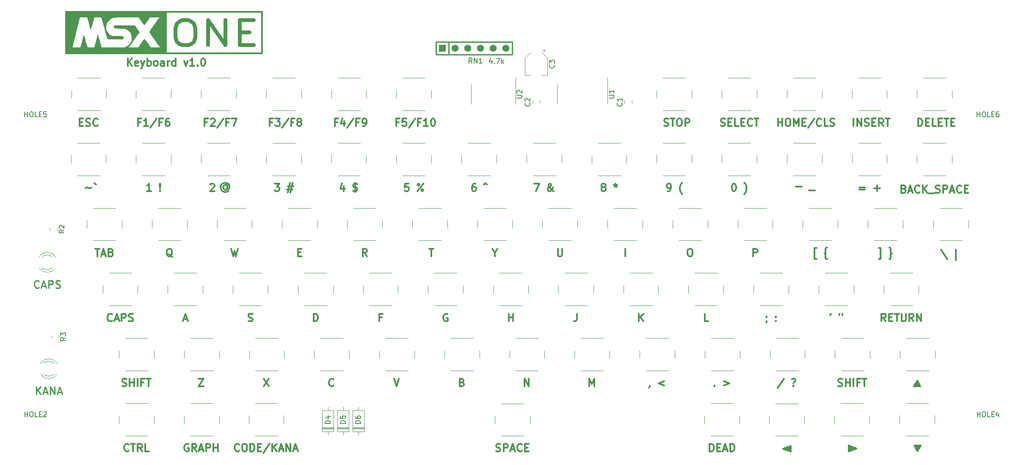
<source format=gto>
G04 #@! TF.GenerationSoftware,KiCad,Pcbnew,(6.0.7)*
G04 #@! TF.CreationDate,2024-12-28T01:02:52-06:00*
G04 #@! TF.ProjectId,MSX-One_Keyboard,4d53582d-4f6e-4655-9f4b-6579626f6172,1.0*
G04 #@! TF.SameCoordinates,Original*
G04 #@! TF.FileFunction,Legend,Top*
G04 #@! TF.FilePolarity,Positive*
%FSLAX46Y46*%
G04 Gerber Fmt 4.6, Leading zero omitted, Abs format (unit mm)*
G04 Created by KiCad (PCBNEW (6.0.7)) date 2024-12-28 01:02:52*
%MOMM*%
%LPD*%
G01*
G04 APERTURE LIST*
%ADD10C,0.300000*%
%ADD11C,0.350000*%
%ADD12C,0.150000*%
%ADD13C,0.250000*%
%ADD14C,0.750000*%
%ADD15C,0.120000*%
%ADD16C,0.254000*%
%ADD17R,1.397000X1.397000*%
%ADD18C,1.397000*%
G04 APERTURE END LIST*
D10*
X131985714Y-113073571D02*
X131985714Y-111573571D01*
X132842857Y-113073571D02*
X132200000Y-112216428D01*
X132842857Y-111573571D02*
X131985714Y-112430714D01*
X134057142Y-113002142D02*
X133914285Y-113073571D01*
X133628571Y-113073571D01*
X133485714Y-113002142D01*
X133414285Y-112859285D01*
X133414285Y-112287857D01*
X133485714Y-112145000D01*
X133628571Y-112073571D01*
X133914285Y-112073571D01*
X134057142Y-112145000D01*
X134128571Y-112287857D01*
X134128571Y-112430714D01*
X133414285Y-112573571D01*
X134628571Y-112073571D02*
X134985714Y-113073571D01*
X135342857Y-112073571D02*
X134985714Y-113073571D01*
X134842857Y-113430714D01*
X134771428Y-113502142D01*
X134628571Y-113573571D01*
X135914285Y-113073571D02*
X135914285Y-111573571D01*
X135914285Y-112145000D02*
X136057142Y-112073571D01*
X136342857Y-112073571D01*
X136485714Y-112145000D01*
X136557142Y-112216428D01*
X136628571Y-112359285D01*
X136628571Y-112787857D01*
X136557142Y-112930714D01*
X136485714Y-113002142D01*
X136342857Y-113073571D01*
X136057142Y-113073571D01*
X135914285Y-113002142D01*
X137485714Y-113073571D02*
X137342857Y-113002142D01*
X137271428Y-112930714D01*
X137200000Y-112787857D01*
X137200000Y-112359285D01*
X137271428Y-112216428D01*
X137342857Y-112145000D01*
X137485714Y-112073571D01*
X137700000Y-112073571D01*
X137842857Y-112145000D01*
X137914285Y-112216428D01*
X137985714Y-112359285D01*
X137985714Y-112787857D01*
X137914285Y-112930714D01*
X137842857Y-113002142D01*
X137700000Y-113073571D01*
X137485714Y-113073571D01*
X139271428Y-113073571D02*
X139271428Y-112287857D01*
X139200000Y-112145000D01*
X139057142Y-112073571D01*
X138771428Y-112073571D01*
X138628571Y-112145000D01*
X139271428Y-113002142D02*
X139128571Y-113073571D01*
X138771428Y-113073571D01*
X138628571Y-113002142D01*
X138557142Y-112859285D01*
X138557142Y-112716428D01*
X138628571Y-112573571D01*
X138771428Y-112502142D01*
X139128571Y-112502142D01*
X139271428Y-112430714D01*
X139985714Y-113073571D02*
X139985714Y-112073571D01*
X139985714Y-112359285D02*
X140057142Y-112216428D01*
X140128571Y-112145000D01*
X140271428Y-112073571D01*
X140414285Y-112073571D01*
X141557142Y-113073571D02*
X141557142Y-111573571D01*
X141557142Y-113002142D02*
X141414285Y-113073571D01*
X141128571Y-113073571D01*
X140985714Y-113002142D01*
X140914285Y-112930714D01*
X140842857Y-112787857D01*
X140842857Y-112359285D01*
X140914285Y-112216428D01*
X140985714Y-112145000D01*
X141128571Y-112073571D01*
X141414285Y-112073571D01*
X141557142Y-112145000D01*
X143271428Y-112073571D02*
X143628571Y-113073571D01*
X143985714Y-112073571D01*
X145342857Y-113073571D02*
X144485714Y-113073571D01*
X144914285Y-113073571D02*
X144914285Y-111573571D01*
X144771428Y-111787857D01*
X144628571Y-111930714D01*
X144485714Y-112002142D01*
X145985714Y-112930714D02*
X146057142Y-113002142D01*
X145985714Y-113073571D01*
X145914285Y-113002142D01*
X145985714Y-112930714D01*
X145985714Y-113073571D01*
X146985714Y-111573571D02*
X147128571Y-111573571D01*
X147271428Y-111645000D01*
X147342857Y-111716428D01*
X147414285Y-111859285D01*
X147485714Y-112145000D01*
X147485714Y-112502142D01*
X147414285Y-112787857D01*
X147342857Y-112930714D01*
X147271428Y-113002142D01*
X147128571Y-113073571D01*
X146985714Y-113073571D01*
X146842857Y-113002142D01*
X146771428Y-112930714D01*
X146700000Y-112787857D01*
X146628571Y-112502142D01*
X146628571Y-112145000D01*
X146700000Y-111859285D01*
X146771428Y-111716428D01*
X146842857Y-111645000D01*
X146985714Y-111573571D01*
D11*
X151876071Y-137112380D02*
X151780833Y-137017142D01*
X151590357Y-136921904D01*
X151399880Y-136921904D01*
X151209404Y-137017142D01*
X151114166Y-137112380D01*
X151018928Y-137302857D01*
X151018928Y-137493333D01*
X151114166Y-137683809D01*
X151209404Y-137779047D01*
X151399880Y-137874285D01*
X151590357Y-137874285D01*
X151780833Y-137779047D01*
X151876071Y-137683809D01*
X151876071Y-136921904D02*
X151876071Y-137683809D01*
X151971309Y-137779047D01*
X152066547Y-137779047D01*
X152257023Y-137683809D01*
X152352261Y-137493333D01*
X152352261Y-137017142D01*
X152161785Y-136731428D01*
X151876071Y-136540952D01*
X151495119Y-136445714D01*
X151114166Y-136540952D01*
X150828452Y-136731428D01*
X150637976Y-137017142D01*
X150542738Y-137398095D01*
X150637976Y-137779047D01*
X150828452Y-138064761D01*
X151114166Y-138255238D01*
X151495119Y-138350476D01*
X151876071Y-138255238D01*
X152161785Y-138064761D01*
X253174642Y-136656071D02*
X253317500Y-136656071D01*
X253460357Y-136727500D01*
X253531785Y-136798928D01*
X253603214Y-136941785D01*
X253674642Y-137227500D01*
X253674642Y-137584642D01*
X253603214Y-137870357D01*
X253531785Y-138013214D01*
X253460357Y-138084642D01*
X253317500Y-138156071D01*
X253174642Y-138156071D01*
X253031785Y-138084642D01*
X252960357Y-138013214D01*
X252888928Y-137870357D01*
X252817500Y-137584642D01*
X252817500Y-137227500D01*
X252888928Y-136941785D01*
X252960357Y-136798928D01*
X253031785Y-136727500D01*
X253174642Y-136656071D01*
X255317500Y-138727500D02*
X255388928Y-138656071D01*
X255531785Y-138441785D01*
X255603214Y-138298928D01*
X255674642Y-138084642D01*
X255746071Y-137727500D01*
X255746071Y-137441785D01*
X255674642Y-137084642D01*
X255603214Y-136870357D01*
X255531785Y-136727500D01*
X255388928Y-136513214D01*
X255317500Y-136441785D01*
X136660000Y-138156071D02*
X135802857Y-138156071D01*
X136231428Y-138156071D02*
X136231428Y-136656071D01*
X136088571Y-136870357D01*
X135945714Y-137013214D01*
X135802857Y-137084642D01*
X138445714Y-138013214D02*
X138517142Y-138084642D01*
X138445714Y-138156071D01*
X138374285Y-138084642D01*
X138445714Y-138013214D01*
X138445714Y-138156071D01*
X138445714Y-137584642D02*
X138374285Y-136727500D01*
X138445714Y-136656071D01*
X138517142Y-136727500D01*
X138445714Y-137584642D01*
X138445714Y-136656071D01*
X148478928Y-136798928D02*
X148550357Y-136727500D01*
X148693214Y-136656071D01*
X149050357Y-136656071D01*
X149193214Y-136727500D01*
X149264642Y-136798928D01*
X149336071Y-136941785D01*
X149336071Y-137084642D01*
X149264642Y-137298928D01*
X148407500Y-138156071D01*
X149336071Y-138156071D01*
X161373571Y-136656071D02*
X162302142Y-136656071D01*
X161802142Y-137227500D01*
X162016428Y-137227500D01*
X162159285Y-137298928D01*
X162230714Y-137370357D01*
X162302142Y-137513214D01*
X162302142Y-137870357D01*
X162230714Y-138013214D01*
X162159285Y-138084642D01*
X162016428Y-138156071D01*
X161587857Y-138156071D01*
X161445000Y-138084642D01*
X161373571Y-138013214D01*
X164016428Y-137156071D02*
X165087857Y-137156071D01*
X164445000Y-136513214D02*
X164016428Y-138441785D01*
X164945000Y-137798928D02*
X163873571Y-137798928D01*
X164516428Y-138441785D02*
X164945000Y-136513214D01*
X175212500Y-137156071D02*
X175212500Y-138156071D01*
X174855357Y-136584642D02*
X174498214Y-137656071D01*
X175426785Y-137656071D01*
X177069642Y-138084642D02*
X177283928Y-138156071D01*
X177641071Y-138156071D01*
X177783928Y-138084642D01*
X177855357Y-138013214D01*
X177926785Y-137870357D01*
X177926785Y-137727500D01*
X177855357Y-137584642D01*
X177783928Y-137513214D01*
X177641071Y-137441785D01*
X177355357Y-137370357D01*
X177212500Y-137298928D01*
X177141071Y-137227500D01*
X177069642Y-137084642D01*
X177069642Y-136941785D01*
X177141071Y-136798928D01*
X177212500Y-136727500D01*
X177355357Y-136656071D01*
X177712500Y-136656071D01*
X177926785Y-136727500D01*
X177498214Y-136441785D02*
X177498214Y-138370357D01*
X188158571Y-136656071D02*
X187444285Y-136656071D01*
X187372857Y-137370357D01*
X187444285Y-137298928D01*
X187587142Y-137227500D01*
X187944285Y-137227500D01*
X188087142Y-137298928D01*
X188158571Y-137370357D01*
X188230000Y-137513214D01*
X188230000Y-137870357D01*
X188158571Y-138013214D01*
X188087142Y-138084642D01*
X187944285Y-138156071D01*
X187587142Y-138156071D01*
X187444285Y-138084642D01*
X187372857Y-138013214D01*
X189944285Y-138156071D02*
X191087142Y-136656071D01*
X190158571Y-136656071D02*
X190301428Y-136727500D01*
X190372857Y-136870357D01*
X190301428Y-137013214D01*
X190158571Y-137084642D01*
X190015714Y-137013214D01*
X189944285Y-136870357D01*
X190015714Y-136727500D01*
X190158571Y-136656071D01*
X191015714Y-138084642D02*
X191087142Y-137941785D01*
X191015714Y-137798928D01*
X190872857Y-137727500D01*
X190730000Y-137798928D01*
X190658571Y-137941785D01*
X190730000Y-138084642D01*
X190872857Y-138156071D01*
X191015714Y-138084642D01*
X201533214Y-136656071D02*
X201247500Y-136656071D01*
X201104642Y-136727500D01*
X201033214Y-136798928D01*
X200890357Y-137013214D01*
X200818928Y-137298928D01*
X200818928Y-137870357D01*
X200890357Y-138013214D01*
X200961785Y-138084642D01*
X201104642Y-138156071D01*
X201390357Y-138156071D01*
X201533214Y-138084642D01*
X201604642Y-138013214D01*
X201676071Y-137870357D01*
X201676071Y-137513214D01*
X201604642Y-137370357D01*
X201533214Y-137298928D01*
X201390357Y-137227500D01*
X201104642Y-137227500D01*
X200961785Y-137298928D01*
X200890357Y-137370357D01*
X200818928Y-137513214D01*
X203247500Y-136798928D02*
X203533214Y-136584642D01*
X203818928Y-136798928D01*
X213265000Y-136656071D02*
X214265000Y-136656071D01*
X213622142Y-138156071D01*
X217193571Y-138156071D02*
X217122142Y-138156071D01*
X216979285Y-138084642D01*
X216765000Y-137870357D01*
X216407857Y-137441785D01*
X216265000Y-137227500D01*
X216193571Y-137013214D01*
X216193571Y-136870357D01*
X216265000Y-136727500D01*
X216407857Y-136656071D01*
X216479285Y-136656071D01*
X216622142Y-136727500D01*
X216693571Y-136870357D01*
X216693571Y-136941785D01*
X216622142Y-137084642D01*
X216550714Y-137156071D01*
X216122142Y-137441785D01*
X216050714Y-137513214D01*
X215979285Y-137656071D01*
X215979285Y-137870357D01*
X216050714Y-138013214D01*
X216122142Y-138084642D01*
X216265000Y-138156071D01*
X216479285Y-138156071D01*
X216622142Y-138084642D01*
X216693571Y-138013214D01*
X216907857Y-137727500D01*
X216979285Y-137513214D01*
X216979285Y-137370357D01*
X226996785Y-137298928D02*
X226853928Y-137227500D01*
X226782500Y-137156071D01*
X226711071Y-137013214D01*
X226711071Y-136941785D01*
X226782500Y-136798928D01*
X226853928Y-136727500D01*
X226996785Y-136656071D01*
X227282500Y-136656071D01*
X227425357Y-136727500D01*
X227496785Y-136798928D01*
X227568214Y-136941785D01*
X227568214Y-137013214D01*
X227496785Y-137156071D01*
X227425357Y-137227500D01*
X227282500Y-137298928D01*
X226996785Y-137298928D01*
X226853928Y-137370357D01*
X226782500Y-137441785D01*
X226711071Y-137584642D01*
X226711071Y-137870357D01*
X226782500Y-138013214D01*
X226853928Y-138084642D01*
X226996785Y-138156071D01*
X227282500Y-138156071D01*
X227425357Y-138084642D01*
X227496785Y-138013214D01*
X227568214Y-137870357D01*
X227568214Y-137584642D01*
X227496785Y-137441785D01*
X227425357Y-137370357D01*
X227282500Y-137298928D01*
X229568214Y-136656071D02*
X229568214Y-137013214D01*
X229211071Y-136870357D02*
X229568214Y-137013214D01*
X229925357Y-136870357D01*
X229353928Y-137298928D02*
X229568214Y-137013214D01*
X229782500Y-137298928D01*
X239942857Y-138156071D02*
X240228571Y-138156071D01*
X240371428Y-138084642D01*
X240442857Y-138013214D01*
X240585714Y-137798928D01*
X240657142Y-137513214D01*
X240657142Y-136941785D01*
X240585714Y-136798928D01*
X240514285Y-136727500D01*
X240371428Y-136656071D01*
X240085714Y-136656071D01*
X239942857Y-136727500D01*
X239871428Y-136798928D01*
X239800000Y-136941785D01*
X239800000Y-137298928D01*
X239871428Y-137441785D01*
X239942857Y-137513214D01*
X240085714Y-137584642D01*
X240371428Y-137584642D01*
X240514285Y-137513214D01*
X240585714Y-137441785D01*
X240657142Y-137298928D01*
X242871428Y-138727500D02*
X242800000Y-138656071D01*
X242657142Y-138441785D01*
X242585714Y-138298928D01*
X242514285Y-138084642D01*
X242442857Y-137727500D01*
X242442857Y-137441785D01*
X242514285Y-137084642D01*
X242585714Y-136870357D01*
X242657142Y-136727500D01*
X242800000Y-136513214D01*
X242871428Y-136441785D01*
X265620714Y-137267142D02*
X266763571Y-137267142D01*
X268263571Y-137981428D02*
X269406428Y-137981428D01*
X278281071Y-137370357D02*
X279423928Y-137370357D01*
X279423928Y-137798928D02*
X278281071Y-137798928D01*
X281281071Y-137584642D02*
X282423928Y-137584642D01*
X281852500Y-138156071D02*
X281852500Y-137013214D01*
X294616428Y-149848214D02*
X295902142Y-151776785D01*
X297616428Y-151991071D02*
X297616428Y-149848214D01*
X269724285Y-151673571D02*
X269367142Y-151673571D01*
X269367142Y-149530714D01*
X269724285Y-149530714D01*
X271867142Y-151745000D02*
X271795714Y-151745000D01*
X271652857Y-151673571D01*
X271581428Y-151530714D01*
X271581428Y-150816428D01*
X271510000Y-150673571D01*
X271367142Y-150602142D01*
X271510000Y-150530714D01*
X271581428Y-150387857D01*
X271581428Y-149673571D01*
X271652857Y-149530714D01*
X271795714Y-149459285D01*
X271867142Y-149459285D01*
X282170357Y-151673571D02*
X282527500Y-151673571D01*
X282527500Y-149530714D01*
X282170357Y-149530714D01*
X284313214Y-151745000D02*
X284384642Y-151745000D01*
X284527500Y-151673571D01*
X284598928Y-151530714D01*
X284598928Y-150816428D01*
X284670357Y-150673571D01*
X284813214Y-150602142D01*
X284670357Y-150530714D01*
X284598928Y-150387857D01*
X284598928Y-149673571D01*
X284527500Y-149530714D01*
X284384642Y-149459285D01*
X284313214Y-149459285D01*
X259810357Y-164119642D02*
X259810357Y-164191071D01*
X259738928Y-164333928D01*
X259667500Y-164405357D01*
X259738928Y-163262500D02*
X259810357Y-163333928D01*
X259738928Y-163405357D01*
X259667500Y-163333928D01*
X259738928Y-163262500D01*
X259738928Y-163405357D01*
X261596071Y-164048214D02*
X261667500Y-164119642D01*
X261596071Y-164191071D01*
X261524642Y-164119642D01*
X261596071Y-164048214D01*
X261596071Y-164191071D01*
X261596071Y-163262500D02*
X261667500Y-163333928D01*
X261596071Y-163405357D01*
X261524642Y-163333928D01*
X261596071Y-163262500D01*
X261596071Y-163405357D01*
X272613571Y-162691071D02*
X272470714Y-162976785D01*
X274327857Y-162691071D02*
X274327857Y-162976785D01*
X274899285Y-162691071D02*
X274899285Y-162976785D01*
X123511547Y-137584642D02*
X123630595Y-137513214D01*
X123868690Y-137441785D01*
X124344880Y-137584642D01*
X124582976Y-137513214D01*
X124702023Y-137441785D01*
X125297261Y-136584642D02*
X125654404Y-136798928D01*
X236378928Y-177137142D02*
X236378928Y-177208571D01*
X236307500Y-177351428D01*
X236236071Y-177422857D01*
X239307500Y-176208571D02*
X238164642Y-176637142D01*
X239307500Y-177065714D01*
X249325000Y-177065714D02*
X249396428Y-177137142D01*
X249325000Y-177208571D01*
X249253571Y-177137142D01*
X249325000Y-177065714D01*
X249325000Y-177208571D01*
X251182142Y-176208571D02*
X252325000Y-176637142D01*
X251182142Y-177065714D01*
X263271071Y-175637142D02*
X261985357Y-177565714D01*
X265128214Y-177065714D02*
X265199642Y-177137142D01*
X265128214Y-177208571D01*
X265056785Y-177137142D01*
X265128214Y-177065714D01*
X265128214Y-177208571D01*
X264842500Y-175780000D02*
X264985357Y-175708571D01*
X265342500Y-175708571D01*
X265485357Y-175780000D01*
X265556785Y-175922857D01*
X265556785Y-176065714D01*
X265485357Y-176208571D01*
X265413928Y-176280000D01*
X265271071Y-176351428D01*
X265199642Y-176422857D01*
X265128214Y-176565714D01*
X265128214Y-176637142D01*
X248360714Y-190226071D02*
X248360714Y-188726071D01*
X248717857Y-188726071D01*
X248932142Y-188797500D01*
X249075000Y-188940357D01*
X249146428Y-189083214D01*
X249217857Y-189368928D01*
X249217857Y-189583214D01*
X249146428Y-189868928D01*
X249075000Y-190011785D01*
X248932142Y-190154642D01*
X248717857Y-190226071D01*
X248360714Y-190226071D01*
X249860714Y-189440357D02*
X250360714Y-189440357D01*
X250575000Y-190226071D02*
X249860714Y-190226071D01*
X249860714Y-188726071D01*
X250575000Y-188726071D01*
X251146428Y-189797500D02*
X251860714Y-189797500D01*
X251003571Y-190226071D02*
X251503571Y-188726071D01*
X252003571Y-190226071D01*
X252503571Y-190226071D02*
X252503571Y-188726071D01*
X252860714Y-188726071D01*
X253075000Y-188797500D01*
X253217857Y-188940357D01*
X253289285Y-189083214D01*
X253360714Y-189368928D01*
X253360714Y-189583214D01*
X253289285Y-189868928D01*
X253217857Y-190011785D01*
X253075000Y-190154642D01*
X252860714Y-190226071D01*
X252503571Y-190226071D01*
X143152857Y-163762500D02*
X143867142Y-163762500D01*
X143010000Y-164191071D02*
X143510000Y-162691071D01*
X144010000Y-164191071D01*
X198862142Y-176422857D02*
X199076428Y-176494285D01*
X199147857Y-176565714D01*
X199219285Y-176708571D01*
X199219285Y-176922857D01*
X199147857Y-177065714D01*
X199076428Y-177137142D01*
X198933571Y-177208571D01*
X198362142Y-177208571D01*
X198362142Y-175708571D01*
X198862142Y-175708571D01*
X199005000Y-175780000D01*
X199076428Y-175851428D01*
X199147857Y-175994285D01*
X199147857Y-176137142D01*
X199076428Y-176280000D01*
X199005000Y-176351428D01*
X198862142Y-176422857D01*
X198362142Y-176422857D01*
X173184285Y-177065714D02*
X173112857Y-177137142D01*
X172898571Y-177208571D01*
X172755714Y-177208571D01*
X172541428Y-177137142D01*
X172398571Y-176994285D01*
X172327142Y-176851428D01*
X172255714Y-176565714D01*
X172255714Y-176351428D01*
X172327142Y-176065714D01*
X172398571Y-175922857D01*
X172541428Y-175780000D01*
X172755714Y-175708571D01*
X172898571Y-175708571D01*
X173112857Y-175780000D01*
X173184285Y-175851428D01*
X169152142Y-164191071D02*
X169152142Y-162691071D01*
X169509285Y-162691071D01*
X169723571Y-162762500D01*
X169866428Y-162905357D01*
X169937857Y-163048214D01*
X170009285Y-163333928D01*
X170009285Y-163548214D01*
X169937857Y-163833928D01*
X169866428Y-163976785D01*
X169723571Y-164119642D01*
X169509285Y-164191071D01*
X169152142Y-164191071D01*
X166048571Y-150387857D02*
X166548571Y-150387857D01*
X166762857Y-151173571D02*
X166048571Y-151173571D01*
X166048571Y-149673571D01*
X166762857Y-149673571D01*
X182776785Y-163405357D02*
X182276785Y-163405357D01*
X182276785Y-164191071D02*
X182276785Y-162691071D01*
X182991071Y-162691071D01*
X195972857Y-162762500D02*
X195830000Y-162691071D01*
X195615714Y-162691071D01*
X195401428Y-162762500D01*
X195258571Y-162905357D01*
X195187142Y-163048214D01*
X195115714Y-163333928D01*
X195115714Y-163548214D01*
X195187142Y-163833928D01*
X195258571Y-163976785D01*
X195401428Y-164119642D01*
X195615714Y-164191071D01*
X195758571Y-164191071D01*
X195972857Y-164119642D01*
X196044285Y-164048214D01*
X196044285Y-163548214D01*
X195758571Y-163548214D01*
X208168928Y-164191071D02*
X208168928Y-162691071D01*
X208168928Y-163405357D02*
X209026071Y-163405357D01*
X209026071Y-164191071D02*
X209026071Y-162691071D01*
X231457500Y-151173571D02*
X231457500Y-149673571D01*
X221829285Y-162691071D02*
X221829285Y-163762500D01*
X221757857Y-163976785D01*
X221615000Y-164119642D01*
X221400714Y-164191071D01*
X221257857Y-164191071D01*
X234239642Y-164191071D02*
X234239642Y-162691071D01*
X235096785Y-164191071D02*
X234453928Y-163333928D01*
X235096785Y-162691071D02*
X234239642Y-163548214D01*
X248114285Y-164191071D02*
X247400000Y-164191071D01*
X247400000Y-162691071D01*
X224290000Y-177208571D02*
X224290000Y-175708571D01*
X224790000Y-176780000D01*
X225290000Y-175708571D01*
X225290000Y-177208571D01*
X211343928Y-177208571D02*
X211343928Y-175708571D01*
X212201071Y-177208571D01*
X212201071Y-175708571D01*
X244332142Y-149673571D02*
X244617857Y-149673571D01*
X244760714Y-149745000D01*
X244903571Y-149887857D01*
X244975000Y-150173571D01*
X244975000Y-150673571D01*
X244903571Y-150959285D01*
X244760714Y-151102142D01*
X244617857Y-151173571D01*
X244332142Y-151173571D01*
X244189285Y-151102142D01*
X244046428Y-150959285D01*
X243975000Y-150673571D01*
X243975000Y-150173571D01*
X244046428Y-149887857D01*
X244189285Y-149745000D01*
X244332142Y-149673571D01*
X257099642Y-151173571D02*
X257099642Y-149673571D01*
X257671071Y-149673571D01*
X257813928Y-149745000D01*
X257885357Y-149816428D01*
X257956785Y-149959285D01*
X257956785Y-150173571D01*
X257885357Y-150316428D01*
X257813928Y-150387857D01*
X257671071Y-150459285D01*
X257099642Y-150459285D01*
X140906428Y-151316428D02*
X140763571Y-151245000D01*
X140620714Y-151102142D01*
X140406428Y-150887857D01*
X140263571Y-150816428D01*
X140120714Y-150816428D01*
X140192142Y-151173571D02*
X140049285Y-151102142D01*
X139906428Y-150959285D01*
X139835000Y-150673571D01*
X139835000Y-150173571D01*
X139906428Y-149887857D01*
X140049285Y-149745000D01*
X140192142Y-149673571D01*
X140477857Y-149673571D01*
X140620714Y-149745000D01*
X140763571Y-149887857D01*
X140835000Y-150173571D01*
X140835000Y-150673571D01*
X140763571Y-150959285D01*
X140620714Y-151102142D01*
X140477857Y-151173571D01*
X140192142Y-151173571D01*
X179851785Y-151173571D02*
X179351785Y-150459285D01*
X178994642Y-151173571D02*
X178994642Y-149673571D01*
X179566071Y-149673571D01*
X179708928Y-149745000D01*
X179780357Y-149816428D01*
X179851785Y-149959285D01*
X179851785Y-150173571D01*
X179780357Y-150316428D01*
X179708928Y-150387857D01*
X179566071Y-150459285D01*
X178994642Y-150459285D01*
X156098928Y-164119642D02*
X156313214Y-164191071D01*
X156670357Y-164191071D01*
X156813214Y-164119642D01*
X156884642Y-164048214D01*
X156956071Y-163905357D01*
X156956071Y-163762500D01*
X156884642Y-163619642D01*
X156813214Y-163548214D01*
X156670357Y-163476785D01*
X156384642Y-163405357D01*
X156241785Y-163333928D01*
X156170357Y-163262500D01*
X156098928Y-163119642D01*
X156098928Y-162976785D01*
X156170357Y-162833928D01*
X156241785Y-162762500D01*
X156384642Y-162691071D01*
X156741785Y-162691071D01*
X156956071Y-162762500D01*
X192293928Y-149673571D02*
X193151071Y-149673571D01*
X192722500Y-151173571D02*
X192722500Y-149673571D01*
X218011428Y-149673571D02*
X218011428Y-150887857D01*
X218082857Y-151030714D01*
X218154285Y-151102142D01*
X218297142Y-151173571D01*
X218582857Y-151173571D01*
X218725714Y-151102142D01*
X218797142Y-151030714D01*
X218868571Y-150887857D01*
X218868571Y-149673571D01*
X185237500Y-175708571D02*
X185737500Y-177208571D01*
X186237500Y-175708571D01*
X152709642Y-149673571D02*
X153066785Y-151173571D01*
X153352500Y-150102142D01*
X153638214Y-151173571D01*
X153995357Y-149673571D01*
X159202500Y-175708571D02*
X160202500Y-177208571D01*
X160202500Y-175708571D02*
X159202500Y-177208571D01*
X205422500Y-150459285D02*
X205422500Y-151173571D01*
X204922500Y-149673571D02*
X205422500Y-150459285D01*
X205922500Y-149673571D01*
X146185000Y-175708571D02*
X147185000Y-175708571D01*
X146185000Y-177208571D01*
X147185000Y-177208571D01*
X130881785Y-177137142D02*
X131096071Y-177208571D01*
X131453214Y-177208571D01*
X131596071Y-177137142D01*
X131667500Y-177065714D01*
X131738928Y-176922857D01*
X131738928Y-176780000D01*
X131667500Y-176637142D01*
X131596071Y-176565714D01*
X131453214Y-176494285D01*
X131167500Y-176422857D01*
X131024642Y-176351428D01*
X130953214Y-176280000D01*
X130881785Y-176137142D01*
X130881785Y-175994285D01*
X130953214Y-175851428D01*
X131024642Y-175780000D01*
X131167500Y-175708571D01*
X131524642Y-175708571D01*
X131738928Y-175780000D01*
X132381785Y-177208571D02*
X132381785Y-175708571D01*
X132381785Y-176422857D02*
X133238928Y-176422857D01*
X133238928Y-177208571D02*
X133238928Y-175708571D01*
X133953214Y-177208571D02*
X133953214Y-175708571D01*
X135167500Y-176422857D02*
X134667500Y-176422857D01*
X134667500Y-177208571D02*
X134667500Y-175708571D01*
X135381785Y-175708571D01*
X135738928Y-175708571D02*
X136596071Y-175708571D01*
X136167500Y-177208571D02*
X136167500Y-175708571D01*
X132203214Y-190083214D02*
X132131785Y-190154642D01*
X131917500Y-190226071D01*
X131774642Y-190226071D01*
X131560357Y-190154642D01*
X131417500Y-190011785D01*
X131346071Y-189868928D01*
X131274642Y-189583214D01*
X131274642Y-189368928D01*
X131346071Y-189083214D01*
X131417500Y-188940357D01*
X131560357Y-188797500D01*
X131774642Y-188726071D01*
X131917500Y-188726071D01*
X132131785Y-188797500D01*
X132203214Y-188868928D01*
X132631785Y-188726071D02*
X133488928Y-188726071D01*
X133060357Y-190226071D02*
X133060357Y-188726071D01*
X134846071Y-190226071D02*
X134346071Y-189511785D01*
X133988928Y-190226071D02*
X133988928Y-188726071D01*
X134560357Y-188726071D01*
X134703214Y-188797500D01*
X134774642Y-188868928D01*
X134846071Y-189011785D01*
X134846071Y-189226071D01*
X134774642Y-189368928D01*
X134703214Y-189440357D01*
X134560357Y-189511785D01*
X133988928Y-189511785D01*
X136203214Y-190226071D02*
X135488928Y-190226071D01*
X135488928Y-188726071D01*
X144149285Y-188797500D02*
X144006428Y-188726071D01*
X143792142Y-188726071D01*
X143577857Y-188797500D01*
X143435000Y-188940357D01*
X143363571Y-189083214D01*
X143292142Y-189368928D01*
X143292142Y-189583214D01*
X143363571Y-189868928D01*
X143435000Y-190011785D01*
X143577857Y-190154642D01*
X143792142Y-190226071D01*
X143935000Y-190226071D01*
X144149285Y-190154642D01*
X144220714Y-190083214D01*
X144220714Y-189583214D01*
X143935000Y-189583214D01*
X145720714Y-190226071D02*
X145220714Y-189511785D01*
X144863571Y-190226071D02*
X144863571Y-188726071D01*
X145435000Y-188726071D01*
X145577857Y-188797500D01*
X145649285Y-188868928D01*
X145720714Y-189011785D01*
X145720714Y-189226071D01*
X145649285Y-189368928D01*
X145577857Y-189440357D01*
X145435000Y-189511785D01*
X144863571Y-189511785D01*
X146292142Y-189797500D02*
X147006428Y-189797500D01*
X146149285Y-190226071D02*
X146649285Y-188726071D01*
X147149285Y-190226071D01*
X147649285Y-190226071D02*
X147649285Y-188726071D01*
X148220714Y-188726071D01*
X148363571Y-188797500D01*
X148435000Y-188868928D01*
X148506428Y-189011785D01*
X148506428Y-189226071D01*
X148435000Y-189368928D01*
X148363571Y-189440357D01*
X148220714Y-189511785D01*
X147649285Y-189511785D01*
X149149285Y-190226071D02*
X149149285Y-188726071D01*
X149149285Y-189440357D02*
X150006428Y-189440357D01*
X150006428Y-190226071D02*
X150006428Y-188726071D01*
X128849642Y-164048214D02*
X128778214Y-164119642D01*
X128563928Y-164191071D01*
X128421071Y-164191071D01*
X128206785Y-164119642D01*
X128063928Y-163976785D01*
X127992500Y-163833928D01*
X127921071Y-163548214D01*
X127921071Y-163333928D01*
X127992500Y-163048214D01*
X128063928Y-162905357D01*
X128206785Y-162762500D01*
X128421071Y-162691071D01*
X128563928Y-162691071D01*
X128778214Y-162762500D01*
X128849642Y-162833928D01*
X129421071Y-163762500D02*
X130135357Y-163762500D01*
X129278214Y-164191071D02*
X129778214Y-162691071D01*
X130278214Y-164191071D01*
X130778214Y-164191071D02*
X130778214Y-162691071D01*
X131349642Y-162691071D01*
X131492500Y-162762500D01*
X131563928Y-162833928D01*
X131635357Y-162976785D01*
X131635357Y-163191071D01*
X131563928Y-163333928D01*
X131492500Y-163405357D01*
X131349642Y-163476785D01*
X130778214Y-163476785D01*
X132206785Y-164119642D02*
X132421071Y-164191071D01*
X132778214Y-164191071D01*
X132921071Y-164119642D01*
X132992500Y-164048214D01*
X133063928Y-163905357D01*
X133063928Y-163762500D01*
X132992500Y-163619642D01*
X132921071Y-163548214D01*
X132778214Y-163476785D01*
X132492500Y-163405357D01*
X132349642Y-163333928D01*
X132278214Y-163262500D01*
X132206785Y-163119642D01*
X132206785Y-162976785D01*
X132278214Y-162833928D01*
X132349642Y-162762500D01*
X132492500Y-162691071D01*
X132849642Y-162691071D01*
X133063928Y-162762500D01*
X154270357Y-190055714D02*
X154198928Y-190127142D01*
X153984642Y-190198571D01*
X153841785Y-190198571D01*
X153627500Y-190127142D01*
X153484642Y-189984285D01*
X153413214Y-189841428D01*
X153341785Y-189555714D01*
X153341785Y-189341428D01*
X153413214Y-189055714D01*
X153484642Y-188912857D01*
X153627500Y-188770000D01*
X153841785Y-188698571D01*
X153984642Y-188698571D01*
X154198928Y-188770000D01*
X154270357Y-188841428D01*
X155198928Y-188698571D02*
X155484642Y-188698571D01*
X155627500Y-188770000D01*
X155770357Y-188912857D01*
X155841785Y-189198571D01*
X155841785Y-189698571D01*
X155770357Y-189984285D01*
X155627500Y-190127142D01*
X155484642Y-190198571D01*
X155198928Y-190198571D01*
X155056071Y-190127142D01*
X154913214Y-189984285D01*
X154841785Y-189698571D01*
X154841785Y-189198571D01*
X154913214Y-188912857D01*
X155056071Y-188770000D01*
X155198928Y-188698571D01*
X156484642Y-190198571D02*
X156484642Y-188698571D01*
X156841785Y-188698571D01*
X157056071Y-188770000D01*
X157198928Y-188912857D01*
X157270357Y-189055714D01*
X157341785Y-189341428D01*
X157341785Y-189555714D01*
X157270357Y-189841428D01*
X157198928Y-189984285D01*
X157056071Y-190127142D01*
X156841785Y-190198571D01*
X156484642Y-190198571D01*
X157984642Y-189412857D02*
X158484642Y-189412857D01*
X158698928Y-190198571D02*
X157984642Y-190198571D01*
X157984642Y-188698571D01*
X158698928Y-188698571D01*
X160413214Y-188627142D02*
X159127500Y-190555714D01*
X160913214Y-190198571D02*
X160913214Y-188698571D01*
X161770357Y-190198571D02*
X161127500Y-189341428D01*
X161770357Y-188698571D02*
X160913214Y-189555714D01*
X162341785Y-189770000D02*
X163056071Y-189770000D01*
X162198928Y-190198571D02*
X162698928Y-188698571D01*
X163198928Y-190198571D01*
X163698928Y-190198571D02*
X163698928Y-188698571D01*
X164556071Y-190198571D01*
X164556071Y-188698571D01*
X165198928Y-189770000D02*
X165913214Y-189770000D01*
X165056071Y-190198571D02*
X165556071Y-188698571D01*
X166056071Y-190198571D01*
X134517142Y-124352857D02*
X134017142Y-124352857D01*
X134017142Y-125138571D02*
X134017142Y-123638571D01*
X134731428Y-123638571D01*
X136088571Y-125138571D02*
X135231428Y-125138571D01*
X135660000Y-125138571D02*
X135660000Y-123638571D01*
X135517142Y-123852857D01*
X135374285Y-123995714D01*
X135231428Y-124067142D01*
X137802857Y-123567142D02*
X136517142Y-125495714D01*
X138802857Y-124352857D02*
X138302857Y-124352857D01*
X138302857Y-125138571D02*
X138302857Y-123638571D01*
X139017142Y-123638571D01*
X140231428Y-123638571D02*
X139945714Y-123638571D01*
X139802857Y-123710000D01*
X139731428Y-123781428D01*
X139588571Y-123995714D01*
X139517142Y-124281428D01*
X139517142Y-124852857D01*
X139588571Y-124995714D01*
X139660000Y-125067142D01*
X139802857Y-125138571D01*
X140088571Y-125138571D01*
X140231428Y-125067142D01*
X140302857Y-124995714D01*
X140374285Y-124852857D01*
X140374285Y-124495714D01*
X140302857Y-124352857D01*
X140231428Y-124281428D01*
X140088571Y-124210000D01*
X139802857Y-124210000D01*
X139660000Y-124281428D01*
X139588571Y-124352857D01*
X139517142Y-124495714D01*
X147852142Y-124352857D02*
X147352142Y-124352857D01*
X147352142Y-125138571D02*
X147352142Y-123638571D01*
X148066428Y-123638571D01*
X148566428Y-123781428D02*
X148637857Y-123710000D01*
X148780714Y-123638571D01*
X149137857Y-123638571D01*
X149280714Y-123710000D01*
X149352142Y-123781428D01*
X149423571Y-123924285D01*
X149423571Y-124067142D01*
X149352142Y-124281428D01*
X148495000Y-125138571D01*
X149423571Y-125138571D01*
X151137857Y-123567142D02*
X149852142Y-125495714D01*
X152137857Y-124352857D02*
X151637857Y-124352857D01*
X151637857Y-125138571D02*
X151637857Y-123638571D01*
X152352142Y-123638571D01*
X152780714Y-123638571D02*
X153780714Y-123638571D01*
X153137857Y-125138571D01*
X160869642Y-124352857D02*
X160369642Y-124352857D01*
X160369642Y-125138571D02*
X160369642Y-123638571D01*
X161083928Y-123638571D01*
X161512500Y-123638571D02*
X162441071Y-123638571D01*
X161941071Y-124210000D01*
X162155357Y-124210000D01*
X162298214Y-124281428D01*
X162369642Y-124352857D01*
X162441071Y-124495714D01*
X162441071Y-124852857D01*
X162369642Y-124995714D01*
X162298214Y-125067142D01*
X162155357Y-125138571D01*
X161726785Y-125138571D01*
X161583928Y-125067142D01*
X161512500Y-124995714D01*
X164155357Y-123567142D02*
X162869642Y-125495714D01*
X165155357Y-124352857D02*
X164655357Y-124352857D01*
X164655357Y-125138571D02*
X164655357Y-123638571D01*
X165369642Y-123638571D01*
X166155357Y-124281428D02*
X166012500Y-124210000D01*
X165941071Y-124138571D01*
X165869642Y-123995714D01*
X165869642Y-123924285D01*
X165941071Y-123781428D01*
X166012500Y-123710000D01*
X166155357Y-123638571D01*
X166441071Y-123638571D01*
X166583928Y-123710000D01*
X166655357Y-123781428D01*
X166726785Y-123924285D01*
X166726785Y-123995714D01*
X166655357Y-124138571D01*
X166583928Y-124210000D01*
X166441071Y-124281428D01*
X166155357Y-124281428D01*
X166012500Y-124352857D01*
X165941071Y-124424285D01*
X165869642Y-124567142D01*
X165869642Y-124852857D01*
X165941071Y-124995714D01*
X166012500Y-125067142D01*
X166155357Y-125138571D01*
X166441071Y-125138571D01*
X166583928Y-125067142D01*
X166655357Y-124995714D01*
X166726785Y-124852857D01*
X166726785Y-124567142D01*
X166655357Y-124424285D01*
X166583928Y-124352857D01*
X166441071Y-124281428D01*
X173887142Y-124352857D02*
X173387142Y-124352857D01*
X173387142Y-125138571D02*
X173387142Y-123638571D01*
X174101428Y-123638571D01*
X175315714Y-124138571D02*
X175315714Y-125138571D01*
X174958571Y-123567142D02*
X174601428Y-124638571D01*
X175530000Y-124638571D01*
X177172857Y-123567142D02*
X175887142Y-125495714D01*
X178172857Y-124352857D02*
X177672857Y-124352857D01*
X177672857Y-125138571D02*
X177672857Y-123638571D01*
X178387142Y-123638571D01*
X179030000Y-125138571D02*
X179315714Y-125138571D01*
X179458571Y-125067142D01*
X179530000Y-124995714D01*
X179672857Y-124781428D01*
X179744285Y-124495714D01*
X179744285Y-123924285D01*
X179672857Y-123781428D01*
X179601428Y-123710000D01*
X179458571Y-123638571D01*
X179172857Y-123638571D01*
X179030000Y-123710000D01*
X178958571Y-123781428D01*
X178887142Y-123924285D01*
X178887142Y-124281428D01*
X178958571Y-124424285D01*
X179030000Y-124495714D01*
X179172857Y-124567142D01*
X179458571Y-124567142D01*
X179601428Y-124495714D01*
X179672857Y-124424285D01*
X179744285Y-124281428D01*
X186190357Y-124352857D02*
X185690357Y-124352857D01*
X185690357Y-125138571D02*
X185690357Y-123638571D01*
X186404642Y-123638571D01*
X187690357Y-123638571D02*
X186976071Y-123638571D01*
X186904642Y-124352857D01*
X186976071Y-124281428D01*
X187118928Y-124210000D01*
X187476071Y-124210000D01*
X187618928Y-124281428D01*
X187690357Y-124352857D01*
X187761785Y-124495714D01*
X187761785Y-124852857D01*
X187690357Y-124995714D01*
X187618928Y-125067142D01*
X187476071Y-125138571D01*
X187118928Y-125138571D01*
X186976071Y-125067142D01*
X186904642Y-124995714D01*
X189476071Y-123567142D02*
X188190357Y-125495714D01*
X190476071Y-124352857D02*
X189976071Y-124352857D01*
X189976071Y-125138571D02*
X189976071Y-123638571D01*
X190690357Y-123638571D01*
X192047500Y-125138571D02*
X191190357Y-125138571D01*
X191618928Y-125138571D02*
X191618928Y-123638571D01*
X191476071Y-123852857D01*
X191333214Y-123995714D01*
X191190357Y-124067142D01*
X192976071Y-123638571D02*
X193118928Y-123638571D01*
X193261785Y-123710000D01*
X193333214Y-123781428D01*
X193404642Y-123924285D01*
X193476071Y-124210000D01*
X193476071Y-124567142D01*
X193404642Y-124852857D01*
X193333214Y-124995714D01*
X193261785Y-125067142D01*
X193118928Y-125138571D01*
X192976071Y-125138571D01*
X192833214Y-125067142D01*
X192761785Y-124995714D01*
X192690357Y-124852857D01*
X192618928Y-124567142D01*
X192618928Y-124210000D01*
X192690357Y-123924285D01*
X192761785Y-123781428D01*
X192833214Y-123710000D01*
X192976071Y-123638571D01*
X122356785Y-124352857D02*
X122856785Y-124352857D01*
X123071071Y-125138571D02*
X122356785Y-125138571D01*
X122356785Y-123638571D01*
X123071071Y-123638571D01*
X123642500Y-125067142D02*
X123856785Y-125138571D01*
X124213928Y-125138571D01*
X124356785Y-125067142D01*
X124428214Y-124995714D01*
X124499642Y-124852857D01*
X124499642Y-124710000D01*
X124428214Y-124567142D01*
X124356785Y-124495714D01*
X124213928Y-124424285D01*
X123928214Y-124352857D01*
X123785357Y-124281428D01*
X123713928Y-124210000D01*
X123642500Y-124067142D01*
X123642500Y-123924285D01*
X123713928Y-123781428D01*
X123785357Y-123710000D01*
X123928214Y-123638571D01*
X124285357Y-123638571D01*
X124499642Y-123710000D01*
X125999642Y-124995714D02*
X125928214Y-125067142D01*
X125713928Y-125138571D01*
X125571071Y-125138571D01*
X125356785Y-125067142D01*
X125213928Y-124924285D01*
X125142500Y-124781428D01*
X125071071Y-124495714D01*
X125071071Y-124281428D01*
X125142500Y-123995714D01*
X125213928Y-123852857D01*
X125356785Y-123710000D01*
X125571071Y-123638571D01*
X125713928Y-123638571D01*
X125928214Y-123710000D01*
X125999642Y-123781428D01*
X125496071Y-149673571D02*
X126353214Y-149673571D01*
X125924642Y-151173571D02*
X125924642Y-149673571D01*
X126781785Y-150745000D02*
X127496071Y-150745000D01*
X126638928Y-151173571D02*
X127138928Y-149673571D01*
X127638928Y-151173571D01*
X128638928Y-150387857D02*
X128853214Y-150459285D01*
X128924642Y-150530714D01*
X128996071Y-150673571D01*
X128996071Y-150887857D01*
X128924642Y-151030714D01*
X128853214Y-151102142D01*
X128710357Y-151173571D01*
X128138928Y-151173571D01*
X128138928Y-149673571D01*
X128638928Y-149673571D01*
X128781785Y-149745000D01*
X128853214Y-149816428D01*
X128924642Y-149959285D01*
X128924642Y-150102142D01*
X128853214Y-150245000D01*
X128781785Y-150316428D01*
X128638928Y-150387857D01*
X128138928Y-150387857D01*
X239264285Y-125067142D02*
X239478571Y-125138571D01*
X239835714Y-125138571D01*
X239978571Y-125067142D01*
X240050000Y-124995714D01*
X240121428Y-124852857D01*
X240121428Y-124710000D01*
X240050000Y-124567142D01*
X239978571Y-124495714D01*
X239835714Y-124424285D01*
X239550000Y-124352857D01*
X239407142Y-124281428D01*
X239335714Y-124210000D01*
X239264285Y-124067142D01*
X239264285Y-123924285D01*
X239335714Y-123781428D01*
X239407142Y-123710000D01*
X239550000Y-123638571D01*
X239907142Y-123638571D01*
X240121428Y-123710000D01*
X240550000Y-123638571D02*
X241407142Y-123638571D01*
X240978571Y-125138571D02*
X240978571Y-123638571D01*
X242192857Y-123638571D02*
X242478571Y-123638571D01*
X242621428Y-123710000D01*
X242764285Y-123852857D01*
X242835714Y-124138571D01*
X242835714Y-124638571D01*
X242764285Y-124924285D01*
X242621428Y-125067142D01*
X242478571Y-125138571D01*
X242192857Y-125138571D01*
X242050000Y-125067142D01*
X241907142Y-124924285D01*
X241835714Y-124638571D01*
X241835714Y-124138571D01*
X241907142Y-123852857D01*
X242050000Y-123710000D01*
X242192857Y-123638571D01*
X243478571Y-125138571D02*
X243478571Y-123638571D01*
X244050000Y-123638571D01*
X244192857Y-123710000D01*
X244264285Y-123781428D01*
X244335714Y-123924285D01*
X244335714Y-124138571D01*
X244264285Y-124281428D01*
X244192857Y-124352857D01*
X244050000Y-124424285D01*
X243478571Y-124424285D01*
X287227142Y-137687857D02*
X287441428Y-137759285D01*
X287512857Y-137830714D01*
X287584285Y-137973571D01*
X287584285Y-138187857D01*
X287512857Y-138330714D01*
X287441428Y-138402142D01*
X287298571Y-138473571D01*
X286727142Y-138473571D01*
X286727142Y-136973571D01*
X287227142Y-136973571D01*
X287370000Y-137045000D01*
X287441428Y-137116428D01*
X287512857Y-137259285D01*
X287512857Y-137402142D01*
X287441428Y-137545000D01*
X287370000Y-137616428D01*
X287227142Y-137687857D01*
X286727142Y-137687857D01*
X288155714Y-138045000D02*
X288870000Y-138045000D01*
X288012857Y-138473571D02*
X288512857Y-136973571D01*
X289012857Y-138473571D01*
X290370000Y-138330714D02*
X290298571Y-138402142D01*
X290084285Y-138473571D01*
X289941428Y-138473571D01*
X289727142Y-138402142D01*
X289584285Y-138259285D01*
X289512857Y-138116428D01*
X289441428Y-137830714D01*
X289441428Y-137616428D01*
X289512857Y-137330714D01*
X289584285Y-137187857D01*
X289727142Y-137045000D01*
X289941428Y-136973571D01*
X290084285Y-136973571D01*
X290298571Y-137045000D01*
X290370000Y-137116428D01*
X291012857Y-138473571D02*
X291012857Y-136973571D01*
X291870000Y-138473571D02*
X291227142Y-137616428D01*
X291870000Y-136973571D02*
X291012857Y-137830714D01*
X292155714Y-138616428D02*
X293298571Y-138616428D01*
X293584285Y-138402142D02*
X293798571Y-138473571D01*
X294155714Y-138473571D01*
X294298571Y-138402142D01*
X294370000Y-138330714D01*
X294441428Y-138187857D01*
X294441428Y-138045000D01*
X294370000Y-137902142D01*
X294298571Y-137830714D01*
X294155714Y-137759285D01*
X293870000Y-137687857D01*
X293727142Y-137616428D01*
X293655714Y-137545000D01*
X293584285Y-137402142D01*
X293584285Y-137259285D01*
X293655714Y-137116428D01*
X293727142Y-137045000D01*
X293870000Y-136973571D01*
X294227142Y-136973571D01*
X294441428Y-137045000D01*
X295084285Y-138473571D02*
X295084285Y-136973571D01*
X295655714Y-136973571D01*
X295798571Y-137045000D01*
X295870000Y-137116428D01*
X295941428Y-137259285D01*
X295941428Y-137473571D01*
X295870000Y-137616428D01*
X295798571Y-137687857D01*
X295655714Y-137759285D01*
X295084285Y-137759285D01*
X296512857Y-138045000D02*
X297227142Y-138045000D01*
X296370000Y-138473571D02*
X296870000Y-136973571D01*
X297370000Y-138473571D01*
X298727142Y-138330714D02*
X298655714Y-138402142D01*
X298441428Y-138473571D01*
X298298571Y-138473571D01*
X298084285Y-138402142D01*
X297941428Y-138259285D01*
X297870000Y-138116428D01*
X297798571Y-137830714D01*
X297798571Y-137616428D01*
X297870000Y-137330714D01*
X297941428Y-137187857D01*
X298084285Y-137045000D01*
X298298571Y-136973571D01*
X298441428Y-136973571D01*
X298655714Y-137045000D01*
X298727142Y-137116428D01*
X299370000Y-137687857D02*
X299870000Y-137687857D01*
X300084285Y-138473571D02*
X299370000Y-138473571D01*
X299370000Y-136973571D01*
X300084285Y-136973571D01*
X283595357Y-164191071D02*
X283095357Y-163476785D01*
X282738214Y-164191071D02*
X282738214Y-162691071D01*
X283309642Y-162691071D01*
X283452500Y-162762500D01*
X283523928Y-162833928D01*
X283595357Y-162976785D01*
X283595357Y-163191071D01*
X283523928Y-163333928D01*
X283452500Y-163405357D01*
X283309642Y-163476785D01*
X282738214Y-163476785D01*
X284238214Y-163405357D02*
X284738214Y-163405357D01*
X284952500Y-164191071D02*
X284238214Y-164191071D01*
X284238214Y-162691071D01*
X284952500Y-162691071D01*
X285381071Y-162691071D02*
X286238214Y-162691071D01*
X285809642Y-164191071D02*
X285809642Y-162691071D01*
X286738214Y-162691071D02*
X286738214Y-163905357D01*
X286809642Y-164048214D01*
X286881071Y-164119642D01*
X287023928Y-164191071D01*
X287309642Y-164191071D01*
X287452500Y-164119642D01*
X287523928Y-164048214D01*
X287595357Y-163905357D01*
X287595357Y-162691071D01*
X289166785Y-164191071D02*
X288666785Y-163476785D01*
X288309642Y-164191071D02*
X288309642Y-162691071D01*
X288881071Y-162691071D01*
X289023928Y-162762500D01*
X289095357Y-162833928D01*
X289166785Y-162976785D01*
X289166785Y-163191071D01*
X289095357Y-163333928D01*
X289023928Y-163405357D01*
X288881071Y-163476785D01*
X288309642Y-163476785D01*
X289809642Y-164191071D02*
X289809642Y-162691071D01*
X290666785Y-164191071D01*
X290666785Y-162691071D01*
X205665000Y-190154642D02*
X205879285Y-190226071D01*
X206236428Y-190226071D01*
X206379285Y-190154642D01*
X206450714Y-190083214D01*
X206522142Y-189940357D01*
X206522142Y-189797500D01*
X206450714Y-189654642D01*
X206379285Y-189583214D01*
X206236428Y-189511785D01*
X205950714Y-189440357D01*
X205807857Y-189368928D01*
X205736428Y-189297500D01*
X205665000Y-189154642D01*
X205665000Y-189011785D01*
X205736428Y-188868928D01*
X205807857Y-188797500D01*
X205950714Y-188726071D01*
X206307857Y-188726071D01*
X206522142Y-188797500D01*
X207165000Y-190226071D02*
X207165000Y-188726071D01*
X207736428Y-188726071D01*
X207879285Y-188797500D01*
X207950714Y-188868928D01*
X208022142Y-189011785D01*
X208022142Y-189226071D01*
X207950714Y-189368928D01*
X207879285Y-189440357D01*
X207736428Y-189511785D01*
X207165000Y-189511785D01*
X208593571Y-189797500D02*
X209307857Y-189797500D01*
X208450714Y-190226071D02*
X208950714Y-188726071D01*
X209450714Y-190226071D01*
X210807857Y-190083214D02*
X210736428Y-190154642D01*
X210522142Y-190226071D01*
X210379285Y-190226071D01*
X210165000Y-190154642D01*
X210022142Y-190011785D01*
X209950714Y-189868928D01*
X209879285Y-189583214D01*
X209879285Y-189368928D01*
X209950714Y-189083214D01*
X210022142Y-188940357D01*
X210165000Y-188797500D01*
X210379285Y-188726071D01*
X210522142Y-188726071D01*
X210736428Y-188797500D01*
X210807857Y-188868928D01*
X211450714Y-189440357D02*
X211950714Y-189440357D01*
X212165000Y-190226071D02*
X211450714Y-190226071D01*
X211450714Y-188726071D01*
X212165000Y-188726071D01*
X262045357Y-125138571D02*
X262045357Y-123638571D01*
X262045357Y-124352857D02*
X262902500Y-124352857D01*
X262902500Y-125138571D02*
X262902500Y-123638571D01*
X263902500Y-123638571D02*
X264188214Y-123638571D01*
X264331071Y-123710000D01*
X264473928Y-123852857D01*
X264545357Y-124138571D01*
X264545357Y-124638571D01*
X264473928Y-124924285D01*
X264331071Y-125067142D01*
X264188214Y-125138571D01*
X263902500Y-125138571D01*
X263759642Y-125067142D01*
X263616785Y-124924285D01*
X263545357Y-124638571D01*
X263545357Y-124138571D01*
X263616785Y-123852857D01*
X263759642Y-123710000D01*
X263902500Y-123638571D01*
X265188214Y-125138571D02*
X265188214Y-123638571D01*
X265688214Y-124710000D01*
X266188214Y-123638571D01*
X266188214Y-125138571D01*
X266902500Y-124352857D02*
X267402500Y-124352857D01*
X267616785Y-125138571D02*
X266902500Y-125138571D01*
X266902500Y-123638571D01*
X267616785Y-123638571D01*
X269331071Y-123567142D02*
X268045357Y-125495714D01*
X270688214Y-124995714D02*
X270616785Y-125067142D01*
X270402500Y-125138571D01*
X270259642Y-125138571D01*
X270045357Y-125067142D01*
X269902500Y-124924285D01*
X269831071Y-124781428D01*
X269759642Y-124495714D01*
X269759642Y-124281428D01*
X269831071Y-123995714D01*
X269902500Y-123852857D01*
X270045357Y-123710000D01*
X270259642Y-123638571D01*
X270402500Y-123638571D01*
X270616785Y-123710000D01*
X270688214Y-123781428D01*
X272045357Y-125138571D02*
X271331071Y-125138571D01*
X271331071Y-123638571D01*
X272473928Y-125067142D02*
X272688214Y-125138571D01*
X273045357Y-125138571D01*
X273188214Y-125067142D01*
X273259642Y-124995714D01*
X273331071Y-124852857D01*
X273331071Y-124710000D01*
X273259642Y-124567142D01*
X273188214Y-124495714D01*
X273045357Y-124424285D01*
X272759642Y-124352857D01*
X272616785Y-124281428D01*
X272545357Y-124210000D01*
X272473928Y-124067142D01*
X272473928Y-123924285D01*
X272545357Y-123781428D01*
X272616785Y-123710000D01*
X272759642Y-123638571D01*
X273116785Y-123638571D01*
X273331071Y-123710000D01*
X277170000Y-125138571D02*
X277170000Y-123638571D01*
X277884285Y-125138571D02*
X277884285Y-123638571D01*
X278741428Y-125138571D01*
X278741428Y-123638571D01*
X279384285Y-125067142D02*
X279598571Y-125138571D01*
X279955714Y-125138571D01*
X280098571Y-125067142D01*
X280170000Y-124995714D01*
X280241428Y-124852857D01*
X280241428Y-124710000D01*
X280170000Y-124567142D01*
X280098571Y-124495714D01*
X279955714Y-124424285D01*
X279670000Y-124352857D01*
X279527142Y-124281428D01*
X279455714Y-124210000D01*
X279384285Y-124067142D01*
X279384285Y-123924285D01*
X279455714Y-123781428D01*
X279527142Y-123710000D01*
X279670000Y-123638571D01*
X280027142Y-123638571D01*
X280241428Y-123710000D01*
X280884285Y-124352857D02*
X281384285Y-124352857D01*
X281598571Y-125138571D02*
X280884285Y-125138571D01*
X280884285Y-123638571D01*
X281598571Y-123638571D01*
X283098571Y-125138571D02*
X282598571Y-124424285D01*
X282241428Y-125138571D02*
X282241428Y-123638571D01*
X282812857Y-123638571D01*
X282955714Y-123710000D01*
X283027142Y-123781428D01*
X283098571Y-123924285D01*
X283098571Y-124138571D01*
X283027142Y-124281428D01*
X282955714Y-124352857D01*
X282812857Y-124424285D01*
X282241428Y-124424285D01*
X283527142Y-123638571D02*
X284384285Y-123638571D01*
X283955714Y-125138571D02*
X283955714Y-123638571D01*
X290080357Y-125138571D02*
X290080357Y-123638571D01*
X290437500Y-123638571D01*
X290651785Y-123710000D01*
X290794642Y-123852857D01*
X290866071Y-123995714D01*
X290937500Y-124281428D01*
X290937500Y-124495714D01*
X290866071Y-124781428D01*
X290794642Y-124924285D01*
X290651785Y-125067142D01*
X290437500Y-125138571D01*
X290080357Y-125138571D01*
X291580357Y-124352857D02*
X292080357Y-124352857D01*
X292294642Y-125138571D02*
X291580357Y-125138571D01*
X291580357Y-123638571D01*
X292294642Y-123638571D01*
X293651785Y-125138571D02*
X292937500Y-125138571D01*
X292937500Y-123638571D01*
X294151785Y-124352857D02*
X294651785Y-124352857D01*
X294866071Y-125138571D02*
X294151785Y-125138571D01*
X294151785Y-123638571D01*
X294866071Y-123638571D01*
X295294642Y-123638571D02*
X296151785Y-123638571D01*
X295723214Y-125138571D02*
X295723214Y-123638571D01*
X296651785Y-124352857D02*
X297151785Y-124352857D01*
X297366071Y-125138571D02*
X296651785Y-125138571D01*
X296651785Y-123638571D01*
X297366071Y-123638571D01*
X264509166Y-190166547D02*
X264509166Y-189214166D01*
X264413928Y-190166547D02*
X264413928Y-189214166D01*
X264318690Y-190071309D02*
X264318690Y-189309404D01*
X264223452Y-190071309D02*
X264223452Y-189309404D01*
X264128214Y-190071309D02*
X264128214Y-189309404D01*
X264032976Y-189976071D02*
X264032976Y-189404642D01*
X263937738Y-189976071D02*
X263937738Y-189404642D01*
X263842500Y-189976071D02*
X263842500Y-189404642D01*
X263747261Y-189880833D02*
X263747261Y-189499880D01*
X263652023Y-189880833D02*
X263652023Y-189499880D01*
X263556785Y-189785595D02*
X263556785Y-189595119D01*
X263461547Y-189785595D02*
X263461547Y-189595119D01*
X263366309Y-189785595D02*
X263366309Y-189595119D01*
X263271071Y-189690357D02*
X263366309Y-189690357D01*
X264604404Y-190166547D02*
X263175833Y-189690357D01*
X264604404Y-189214166D01*
X263080595Y-189690357D02*
X264604404Y-189118928D01*
X264604404Y-190261785D01*
X263080595Y-189690357D01*
X289306071Y-177137142D02*
X289306071Y-177208571D01*
X289377500Y-176994285D02*
X289377500Y-177208571D01*
X289448928Y-176851428D02*
X289448928Y-177208571D01*
X289520357Y-176708571D02*
X289520357Y-177208571D01*
X289591785Y-176637142D02*
X289591785Y-177208571D01*
X289663214Y-176494285D02*
X289663214Y-177208571D01*
X289734642Y-176351428D02*
X289734642Y-177208571D01*
X289806071Y-176208571D02*
X289806071Y-177208571D01*
X289877500Y-176065714D02*
X289877500Y-177208571D01*
X289948928Y-176208571D02*
X289948928Y-177208571D01*
X290020357Y-176351428D02*
X290020357Y-177208571D01*
X290091785Y-176494285D02*
X290091785Y-177208571D01*
X290163214Y-176637142D02*
X290163214Y-177208571D01*
X290234642Y-176708571D02*
X290234642Y-177208571D01*
X290306071Y-176851428D02*
X290306071Y-177208571D01*
X290377500Y-176994285D02*
X290377500Y-177208571D01*
X290448928Y-177208571D02*
X289877500Y-176137142D01*
X289306071Y-177208571D01*
X290448928Y-177137142D02*
X290448928Y-177208571D01*
X289877500Y-176065714D02*
X290520357Y-177208571D01*
X289234642Y-177208571D01*
X289877500Y-176065714D01*
X290523928Y-189099642D02*
X290523928Y-189028214D01*
X290452500Y-189242500D02*
X290452500Y-189028214D01*
X290381071Y-189385357D02*
X290381071Y-189028214D01*
X290309642Y-189528214D02*
X290309642Y-189028214D01*
X290238214Y-189599642D02*
X290238214Y-189028214D01*
X290166785Y-189742500D02*
X290166785Y-189028214D01*
X290095357Y-189885357D02*
X290095357Y-189028214D01*
X290023928Y-190028214D02*
X290023928Y-189028214D01*
X289952500Y-190171071D02*
X289952500Y-189028214D01*
X289881071Y-190028214D02*
X289881071Y-189028214D01*
X289809642Y-189885357D02*
X289809642Y-189028214D01*
X289738214Y-189742500D02*
X289738214Y-189028214D01*
X289666785Y-189599642D02*
X289666785Y-189028214D01*
X289595357Y-189528214D02*
X289595357Y-189028214D01*
X289523928Y-189385357D02*
X289523928Y-189028214D01*
X289452500Y-189242500D02*
X289452500Y-189028214D01*
X289381071Y-189028214D02*
X289952500Y-190099642D01*
X290523928Y-189028214D01*
X289381071Y-189099642D02*
X289381071Y-189028214D01*
X289952500Y-190171071D02*
X289309642Y-189028214D01*
X290595357Y-189028214D01*
X289952500Y-190171071D01*
X276268333Y-189159166D02*
X276268333Y-190111547D01*
X276363571Y-189159166D02*
X276363571Y-190111547D01*
X276458809Y-189254404D02*
X276458809Y-190016309D01*
X276554047Y-189254404D02*
X276554047Y-190016309D01*
X276649285Y-189254404D02*
X276649285Y-190016309D01*
X276744523Y-189349642D02*
X276744523Y-189921071D01*
X276839761Y-189349642D02*
X276839761Y-189921071D01*
X276935000Y-189349642D02*
X276935000Y-189921071D01*
X277030238Y-189444880D02*
X277030238Y-189825833D01*
X277125476Y-189444880D02*
X277125476Y-189825833D01*
X277220714Y-189540119D02*
X277220714Y-189730595D01*
X277315952Y-189540119D02*
X277315952Y-189730595D01*
X277411190Y-189540119D02*
X277411190Y-189730595D01*
X277506428Y-189635357D02*
X277411190Y-189635357D01*
X276173095Y-189159166D02*
X277601666Y-189635357D01*
X276173095Y-190111547D01*
X277696904Y-189635357D02*
X276173095Y-190206785D01*
X276173095Y-189063928D01*
X277696904Y-189635357D01*
X250603214Y-125067142D02*
X250817500Y-125138571D01*
X251174642Y-125138571D01*
X251317500Y-125067142D01*
X251388928Y-124995714D01*
X251460357Y-124852857D01*
X251460357Y-124710000D01*
X251388928Y-124567142D01*
X251317500Y-124495714D01*
X251174642Y-124424285D01*
X250888928Y-124352857D01*
X250746071Y-124281428D01*
X250674642Y-124210000D01*
X250603214Y-124067142D01*
X250603214Y-123924285D01*
X250674642Y-123781428D01*
X250746071Y-123710000D01*
X250888928Y-123638571D01*
X251246071Y-123638571D01*
X251460357Y-123710000D01*
X252103214Y-124352857D02*
X252603214Y-124352857D01*
X252817500Y-125138571D02*
X252103214Y-125138571D01*
X252103214Y-123638571D01*
X252817500Y-123638571D01*
X254174642Y-125138571D02*
X253460357Y-125138571D01*
X253460357Y-123638571D01*
X254674642Y-124352857D02*
X255174642Y-124352857D01*
X255388928Y-125138571D02*
X254674642Y-125138571D01*
X254674642Y-123638571D01*
X255388928Y-123638571D01*
X256888928Y-124995714D02*
X256817500Y-125067142D01*
X256603214Y-125138571D01*
X256460357Y-125138571D01*
X256246071Y-125067142D01*
X256103214Y-124924285D01*
X256031785Y-124781428D01*
X255960357Y-124495714D01*
X255960357Y-124281428D01*
X256031785Y-123995714D01*
X256103214Y-123852857D01*
X256246071Y-123710000D01*
X256460357Y-123638571D01*
X256603214Y-123638571D01*
X256817500Y-123710000D01*
X256888928Y-123781428D01*
X257317500Y-123638571D02*
X258174642Y-123638571D01*
X257746071Y-125138571D02*
X257746071Y-123638571D01*
X274074285Y-177137142D02*
X274288571Y-177208571D01*
X274645714Y-177208571D01*
X274788571Y-177137142D01*
X274860000Y-177065714D01*
X274931428Y-176922857D01*
X274931428Y-176780000D01*
X274860000Y-176637142D01*
X274788571Y-176565714D01*
X274645714Y-176494285D01*
X274360000Y-176422857D01*
X274217142Y-176351428D01*
X274145714Y-176280000D01*
X274074285Y-176137142D01*
X274074285Y-175994285D01*
X274145714Y-175851428D01*
X274217142Y-175780000D01*
X274360000Y-175708571D01*
X274717142Y-175708571D01*
X274931428Y-175780000D01*
X275574285Y-177208571D02*
X275574285Y-175708571D01*
X275574285Y-176422857D02*
X276431428Y-176422857D01*
X276431428Y-177208571D02*
X276431428Y-175708571D01*
X277145714Y-177208571D02*
X277145714Y-175708571D01*
X278360000Y-176422857D02*
X277860000Y-176422857D01*
X277860000Y-177208571D02*
X277860000Y-175708571D01*
X278574285Y-175708571D01*
X278931428Y-175708571D02*
X279788571Y-175708571D01*
X279360000Y-177208571D02*
X279360000Y-175708571D01*
D12*
X230769642Y-120499166D02*
X230817261Y-120546785D01*
X230864880Y-120689642D01*
X230864880Y-120784880D01*
X230817261Y-120927738D01*
X230722023Y-121022976D01*
X230626785Y-121070595D01*
X230436309Y-121118214D01*
X230293452Y-121118214D01*
X230102976Y-121070595D01*
X230007738Y-121022976D01*
X229912500Y-120927738D01*
X229864880Y-120784880D01*
X229864880Y-120689642D01*
X229912500Y-120546785D01*
X229960119Y-120499166D01*
X230864880Y-119546785D02*
X230864880Y-120118214D01*
X230864880Y-119832500D02*
X229864880Y-119832500D01*
X230007738Y-119927738D01*
X230102976Y-120022976D01*
X230150595Y-120118214D01*
X217234642Y-112879166D02*
X217282261Y-112926785D01*
X217329880Y-113069642D01*
X217329880Y-113164880D01*
X217282261Y-113307738D01*
X217187023Y-113402976D01*
X217091785Y-113450595D01*
X216901309Y-113498214D01*
X216758452Y-113498214D01*
X216567976Y-113450595D01*
X216472738Y-113402976D01*
X216377500Y-113307738D01*
X216329880Y-113164880D01*
X216329880Y-113069642D01*
X216377500Y-112926785D01*
X216425119Y-112879166D01*
X216329880Y-112545833D02*
X216329880Y-111926785D01*
X216710833Y-112260119D01*
X216710833Y-112117261D01*
X216758452Y-112022023D01*
X216806071Y-111974404D01*
X216901309Y-111926785D01*
X217139404Y-111926785D01*
X217234642Y-111974404D01*
X217282261Y-112022023D01*
X217329880Y-112117261D01*
X217329880Y-112402976D01*
X217282261Y-112498214D01*
X217234642Y-112545833D01*
X172473880Y-184626095D02*
X171473880Y-184626095D01*
X171473880Y-184388000D01*
X171521500Y-184245142D01*
X171616738Y-184149904D01*
X171711976Y-184102285D01*
X171902452Y-184054666D01*
X172045309Y-184054666D01*
X172235785Y-184102285D01*
X172331023Y-184149904D01*
X172426261Y-184245142D01*
X172473880Y-184388000D01*
X172473880Y-184626095D01*
X171807214Y-183197523D02*
X172473880Y-183197523D01*
X171426261Y-183435619D02*
X172140547Y-183673714D01*
X172140547Y-183054666D01*
X175521880Y-184626095D02*
X174521880Y-184626095D01*
X174521880Y-184388000D01*
X174569500Y-184245142D01*
X174664738Y-184149904D01*
X174759976Y-184102285D01*
X174950452Y-184054666D01*
X175093309Y-184054666D01*
X175283785Y-184102285D01*
X175379023Y-184149904D01*
X175474261Y-184245142D01*
X175521880Y-184388000D01*
X175521880Y-184626095D01*
X174521880Y-183149904D02*
X174521880Y-183626095D01*
X174998071Y-183673714D01*
X174950452Y-183626095D01*
X174902833Y-183530857D01*
X174902833Y-183292761D01*
X174950452Y-183197523D01*
X174998071Y-183149904D01*
X175093309Y-183102285D01*
X175331404Y-183102285D01*
X175426642Y-183149904D01*
X175474261Y-183197523D01*
X175521880Y-183292761D01*
X175521880Y-183530857D01*
X175474261Y-183626095D01*
X175426642Y-183673714D01*
X178535880Y-184626095D02*
X177535880Y-184626095D01*
X177535880Y-184388000D01*
X177583500Y-184245142D01*
X177678738Y-184149904D01*
X177773976Y-184102285D01*
X177964452Y-184054666D01*
X178107309Y-184054666D01*
X178297785Y-184102285D01*
X178393023Y-184149904D01*
X178488261Y-184245142D01*
X178535880Y-184388000D01*
X178535880Y-184626095D01*
X177535880Y-183197523D02*
X177535880Y-183388000D01*
X177583500Y-183483238D01*
X177631119Y-183530857D01*
X177773976Y-183626095D01*
X177964452Y-183673714D01*
X178345404Y-183673714D01*
X178440642Y-183626095D01*
X178488261Y-183578476D01*
X178535880Y-183483238D01*
X178535880Y-183292761D01*
X178488261Y-183197523D01*
X178440642Y-183149904D01*
X178345404Y-183102285D01*
X178107309Y-183102285D01*
X178012071Y-183149904D01*
X177964452Y-183197523D01*
X177916833Y-183292761D01*
X177916833Y-183483238D01*
X177964452Y-183578476D01*
X178012071Y-183626095D01*
X178107309Y-183673714D01*
X119259880Y-145899166D02*
X118783690Y-146232500D01*
X119259880Y-146470595D02*
X118259880Y-146470595D01*
X118259880Y-146089642D01*
X118307500Y-145994404D01*
X118355119Y-145946785D01*
X118450357Y-145899166D01*
X118593214Y-145899166D01*
X118688452Y-145946785D01*
X118736071Y-145994404D01*
X118783690Y-146089642D01*
X118783690Y-146470595D01*
X118355119Y-145518214D02*
X118307500Y-145470595D01*
X118259880Y-145375357D01*
X118259880Y-145137261D01*
X118307500Y-145042023D01*
X118355119Y-144994404D01*
X118450357Y-144946785D01*
X118545595Y-144946785D01*
X118688452Y-144994404D01*
X119259880Y-145565833D01*
X119259880Y-144946785D01*
X228237380Y-119506904D02*
X229046904Y-119506904D01*
X229142142Y-119459285D01*
X229189761Y-119411666D01*
X229237380Y-119316428D01*
X229237380Y-119125952D01*
X229189761Y-119030714D01*
X229142142Y-118983095D01*
X229046904Y-118935476D01*
X228237380Y-118935476D01*
X229237380Y-117935476D02*
X229237380Y-118506904D01*
X229237380Y-118221190D02*
X228237380Y-118221190D01*
X228380238Y-118316428D01*
X228475476Y-118411666D01*
X228523095Y-118506904D01*
X209837380Y-119506904D02*
X210646904Y-119506904D01*
X210742142Y-119459285D01*
X210789761Y-119411666D01*
X210837380Y-119316428D01*
X210837380Y-119125952D01*
X210789761Y-119030714D01*
X210742142Y-118983095D01*
X210646904Y-118935476D01*
X209837380Y-118935476D01*
X209932619Y-118506904D02*
X209885000Y-118459285D01*
X209837380Y-118364047D01*
X209837380Y-118125952D01*
X209885000Y-118030714D01*
X209932619Y-117983095D01*
X210027857Y-117935476D01*
X210123095Y-117935476D01*
X210265952Y-117983095D01*
X210837380Y-118554523D01*
X210837380Y-117935476D01*
D13*
X113740714Y-178796071D02*
X113740714Y-177296071D01*
X114597857Y-178796071D02*
X113955000Y-177938928D01*
X114597857Y-177296071D02*
X113740714Y-178153214D01*
X115169285Y-178367500D02*
X115883571Y-178367500D01*
X115026428Y-178796071D02*
X115526428Y-177296071D01*
X116026428Y-178796071D01*
X116526428Y-178796071D02*
X116526428Y-177296071D01*
X117383571Y-178796071D01*
X117383571Y-177296071D01*
X118026428Y-178367500D02*
X118740714Y-178367500D01*
X117883571Y-178796071D02*
X118383571Y-177296071D01*
X118883571Y-178796071D01*
D12*
X119577380Y-167441666D02*
X119101190Y-167775000D01*
X119577380Y-168013095D02*
X118577380Y-168013095D01*
X118577380Y-167632142D01*
X118625000Y-167536904D01*
X118672619Y-167489285D01*
X118767857Y-167441666D01*
X118910714Y-167441666D01*
X119005952Y-167489285D01*
X119053571Y-167536904D01*
X119101190Y-167632142D01*
X119101190Y-168013095D01*
X118577380Y-167108333D02*
X118577380Y-166489285D01*
X118958333Y-166822619D01*
X118958333Y-166679761D01*
X119005952Y-166584523D01*
X119053571Y-166536904D01*
X119148809Y-166489285D01*
X119386904Y-166489285D01*
X119482142Y-166536904D01*
X119529761Y-166584523D01*
X119577380Y-166679761D01*
X119577380Y-166965476D01*
X119529761Y-167060714D01*
X119482142Y-167108333D01*
D13*
X114244642Y-157380714D02*
X114173214Y-157452142D01*
X113958928Y-157523571D01*
X113816071Y-157523571D01*
X113601785Y-157452142D01*
X113458928Y-157309285D01*
X113387500Y-157166428D01*
X113316071Y-156880714D01*
X113316071Y-156666428D01*
X113387500Y-156380714D01*
X113458928Y-156237857D01*
X113601785Y-156095000D01*
X113816071Y-156023571D01*
X113958928Y-156023571D01*
X114173214Y-156095000D01*
X114244642Y-156166428D01*
X114816071Y-157095000D02*
X115530357Y-157095000D01*
X114673214Y-157523571D02*
X115173214Y-156023571D01*
X115673214Y-157523571D01*
X116173214Y-157523571D02*
X116173214Y-156023571D01*
X116744642Y-156023571D01*
X116887500Y-156095000D01*
X116958928Y-156166428D01*
X117030357Y-156309285D01*
X117030357Y-156523571D01*
X116958928Y-156666428D01*
X116887500Y-156737857D01*
X116744642Y-156809285D01*
X116173214Y-156809285D01*
X117601785Y-157452142D02*
X117816071Y-157523571D01*
X118173214Y-157523571D01*
X118316071Y-157452142D01*
X118387500Y-157380714D01*
X118458928Y-157237857D01*
X118458928Y-157095000D01*
X118387500Y-156952142D01*
X118316071Y-156880714D01*
X118173214Y-156809285D01*
X117887500Y-156737857D01*
X117744642Y-156666428D01*
X117673214Y-156595000D01*
X117601785Y-156452142D01*
X117601785Y-156309285D01*
X117673214Y-156166428D01*
X117744642Y-156095000D01*
X117887500Y-156023571D01*
X118244642Y-156023571D01*
X118458928Y-156095000D01*
D12*
X200858523Y-112529880D02*
X200525190Y-112053690D01*
X200287095Y-112529880D02*
X200287095Y-111529880D01*
X200668047Y-111529880D01*
X200763285Y-111577500D01*
X200810904Y-111625119D01*
X200858523Y-111720357D01*
X200858523Y-111863214D01*
X200810904Y-111958452D01*
X200763285Y-112006071D01*
X200668047Y-112053690D01*
X200287095Y-112053690D01*
X201287095Y-112529880D02*
X201287095Y-111529880D01*
X201858523Y-112529880D01*
X201858523Y-111529880D01*
X202858523Y-112529880D02*
X202287095Y-112529880D01*
X202572809Y-112529880D02*
X202572809Y-111529880D01*
X202477571Y-111672738D01*
X202382333Y-111767976D01*
X202287095Y-111815595D01*
X204820328Y-111903114D02*
X204820328Y-112569780D01*
X204582233Y-111522161D02*
X204344138Y-112236447D01*
X204963185Y-112236447D01*
X205344138Y-112474542D02*
X205391757Y-112522161D01*
X205344138Y-112569780D01*
X205296519Y-112522161D01*
X205344138Y-112474542D01*
X205344138Y-112569780D01*
X205725090Y-111569780D02*
X206391757Y-111569780D01*
X205963185Y-112569780D01*
X206772709Y-112569780D02*
X206772709Y-111569780D01*
X206867947Y-112188828D02*
X207153661Y-112569780D01*
X207153661Y-111903114D02*
X206772709Y-112284066D01*
X301901942Y-183284880D02*
X301901942Y-182284880D01*
X301901942Y-182761071D02*
X302473371Y-182761071D01*
X302473371Y-183284880D02*
X302473371Y-182284880D01*
X303140038Y-182284880D02*
X303330514Y-182284880D01*
X303425752Y-182332500D01*
X303520990Y-182427738D01*
X303568609Y-182618214D01*
X303568609Y-182951547D01*
X303520990Y-183142023D01*
X303425752Y-183237261D01*
X303330514Y-183284880D01*
X303140038Y-183284880D01*
X303044800Y-183237261D01*
X302949561Y-183142023D01*
X302901942Y-182951547D01*
X302901942Y-182618214D01*
X302949561Y-182427738D01*
X303044800Y-182332500D01*
X303140038Y-182284880D01*
X304473371Y-183284880D02*
X303997180Y-183284880D01*
X303997180Y-182284880D01*
X304806704Y-182761071D02*
X305140038Y-182761071D01*
X305282895Y-183284880D02*
X304806704Y-183284880D01*
X304806704Y-182284880D01*
X305282895Y-182284880D01*
X306140038Y-182618214D02*
X306140038Y-183284880D01*
X305901942Y-182237261D02*
X305663847Y-182951547D01*
X306282895Y-182951547D01*
X301891942Y-123277380D02*
X301891942Y-122277380D01*
X301891942Y-122753571D02*
X302463371Y-122753571D01*
X302463371Y-123277380D02*
X302463371Y-122277380D01*
X303130038Y-122277380D02*
X303320514Y-122277380D01*
X303415752Y-122325000D01*
X303510990Y-122420238D01*
X303558609Y-122610714D01*
X303558609Y-122944047D01*
X303510990Y-123134523D01*
X303415752Y-123229761D01*
X303320514Y-123277380D01*
X303130038Y-123277380D01*
X303034800Y-123229761D01*
X302939561Y-123134523D01*
X302891942Y-122944047D01*
X302891942Y-122610714D01*
X302939561Y-122420238D01*
X303034800Y-122325000D01*
X303130038Y-122277380D01*
X304463371Y-123277380D02*
X303987180Y-123277380D01*
X303987180Y-122277380D01*
X304796704Y-122753571D02*
X305130038Y-122753571D01*
X305272895Y-123277380D02*
X304796704Y-123277380D01*
X304796704Y-122277380D01*
X305272895Y-122277380D01*
X306130038Y-122277380D02*
X305939561Y-122277380D01*
X305844323Y-122325000D01*
X305796704Y-122372619D01*
X305701466Y-122515476D01*
X305653847Y-122705952D01*
X305653847Y-123086904D01*
X305701466Y-123182142D01*
X305749085Y-123229761D01*
X305844323Y-123277380D01*
X306034800Y-123277380D01*
X306130038Y-123229761D01*
X306177657Y-123182142D01*
X306225276Y-123086904D01*
X306225276Y-122848809D01*
X306177657Y-122753571D01*
X306130038Y-122705952D01*
X306034800Y-122658333D01*
X305844323Y-122658333D01*
X305749085Y-122705952D01*
X305701466Y-122753571D01*
X305653847Y-122848809D01*
X212354642Y-120499166D02*
X212402261Y-120546785D01*
X212449880Y-120689642D01*
X212449880Y-120784880D01*
X212402261Y-120927738D01*
X212307023Y-121022976D01*
X212211785Y-121070595D01*
X212021309Y-121118214D01*
X211878452Y-121118214D01*
X211687976Y-121070595D01*
X211592738Y-121022976D01*
X211497500Y-120927738D01*
X211449880Y-120784880D01*
X211449880Y-120689642D01*
X211497500Y-120546785D01*
X211545119Y-120499166D01*
X211545119Y-120118214D02*
X211497500Y-120070595D01*
X211449880Y-119975357D01*
X211449880Y-119737261D01*
X211497500Y-119642023D01*
X211545119Y-119594404D01*
X211640357Y-119546785D01*
X211735595Y-119546785D01*
X211878452Y-119594404D01*
X212449880Y-120165833D01*
X212449880Y-119546785D01*
X111401942Y-183284880D02*
X111401942Y-182284880D01*
X111401942Y-182761071D02*
X111973371Y-182761071D01*
X111973371Y-183284880D02*
X111973371Y-182284880D01*
X112640038Y-182284880D02*
X112830514Y-182284880D01*
X112925752Y-182332500D01*
X113020990Y-182427738D01*
X113068609Y-182618214D01*
X113068609Y-182951547D01*
X113020990Y-183142023D01*
X112925752Y-183237261D01*
X112830514Y-183284880D01*
X112640038Y-183284880D01*
X112544800Y-183237261D01*
X112449561Y-183142023D01*
X112401942Y-182951547D01*
X112401942Y-182618214D01*
X112449561Y-182427738D01*
X112544800Y-182332500D01*
X112640038Y-182284880D01*
X113973371Y-183284880D02*
X113497180Y-183284880D01*
X113497180Y-182284880D01*
X114306704Y-182761071D02*
X114640038Y-182761071D01*
X114782895Y-183284880D02*
X114306704Y-183284880D01*
X114306704Y-182284880D01*
X114782895Y-182284880D01*
X115163847Y-182380119D02*
X115211466Y-182332500D01*
X115306704Y-182284880D01*
X115544800Y-182284880D01*
X115640038Y-182332500D01*
X115687657Y-182380119D01*
X115735276Y-182475357D01*
X115735276Y-182570595D01*
X115687657Y-182713452D01*
X115116228Y-183284880D01*
X115735276Y-183284880D01*
D14*
X142892398Y-103913188D02*
X144035255Y-103913188D01*
X144606684Y-104151284D01*
X145178112Y-104627474D01*
X145463827Y-105579855D01*
X145463827Y-107246522D01*
X145178112Y-108198903D01*
X144606684Y-108675093D01*
X144035255Y-108913188D01*
X142892398Y-108913188D01*
X142320970Y-108675093D01*
X141749541Y-108198903D01*
X141463827Y-107246522D01*
X141463827Y-105579855D01*
X141749541Y-104627474D01*
X142320970Y-104151284D01*
X142892398Y-103913188D01*
X148035255Y-108913188D02*
X148035255Y-103913188D01*
X151463827Y-108913188D01*
X151463827Y-103913188D01*
X154320970Y-106294141D02*
X156320970Y-106294141D01*
X157178112Y-108913188D02*
X154320970Y-108913188D01*
X154320970Y-103913188D01*
X157178112Y-103913188D01*
D12*
X111391942Y-123277380D02*
X111391942Y-122277380D01*
X111391942Y-122753571D02*
X111963371Y-122753571D01*
X111963371Y-123277380D02*
X111963371Y-122277380D01*
X112630038Y-122277380D02*
X112820514Y-122277380D01*
X112915752Y-122325000D01*
X113010990Y-122420238D01*
X113058609Y-122610714D01*
X113058609Y-122944047D01*
X113010990Y-123134523D01*
X112915752Y-123229761D01*
X112820514Y-123277380D01*
X112630038Y-123277380D01*
X112534800Y-123229761D01*
X112439561Y-123134523D01*
X112391942Y-122944047D01*
X112391942Y-122610714D01*
X112439561Y-122420238D01*
X112534800Y-122325000D01*
X112630038Y-122277380D01*
X113963371Y-123277380D02*
X113487180Y-123277380D01*
X113487180Y-122277380D01*
X114296704Y-122753571D02*
X114630038Y-122753571D01*
X114772895Y-123277380D02*
X114296704Y-123277380D01*
X114296704Y-122277380D01*
X114772895Y-122277380D01*
X115677657Y-122277380D02*
X115201466Y-122277380D01*
X115153847Y-122753571D01*
X115201466Y-122705952D01*
X115296704Y-122658333D01*
X115534800Y-122658333D01*
X115630038Y-122705952D01*
X115677657Y-122753571D01*
X115725276Y-122848809D01*
X115725276Y-123086904D01*
X115677657Y-123182142D01*
X115630038Y-123229761D01*
X115534800Y-123277380D01*
X115296704Y-123277380D01*
X115201466Y-123229761D01*
X115153847Y-123182142D01*
D15*
X252067500Y-135012500D02*
X256567500Y-135012500D01*
X256567500Y-128512500D02*
X252067500Y-128512500D01*
X257817500Y-132512500D02*
X257817500Y-131012500D01*
X250817500Y-131012500D02*
X250817500Y-132512500D01*
X133660000Y-131012500D02*
X133660000Y-132512500D01*
X140660000Y-132512500D02*
X140660000Y-131012500D01*
X134910000Y-135012500D02*
X139410000Y-135012500D01*
X139410000Y-128512500D02*
X134910000Y-128512500D01*
X146677500Y-131012500D02*
X146677500Y-132512500D01*
X147927500Y-135012500D02*
X152427500Y-135012500D01*
X152427500Y-128512500D02*
X147927500Y-128512500D01*
X153677500Y-132512500D02*
X153677500Y-131012500D01*
X166695000Y-132512500D02*
X166695000Y-131012500D01*
X160945000Y-135012500D02*
X165445000Y-135012500D01*
X159695000Y-131012500D02*
X159695000Y-132512500D01*
X165445000Y-128512500D02*
X160945000Y-128512500D01*
X172712500Y-131012500D02*
X172712500Y-132512500D01*
X179712500Y-132512500D02*
X179712500Y-131012500D01*
X173962500Y-135012500D02*
X178462500Y-135012500D01*
X178462500Y-128512500D02*
X173962500Y-128512500D01*
X186980000Y-135012500D02*
X191480000Y-135012500D01*
X192730000Y-132512500D02*
X192730000Y-131012500D01*
X185730000Y-131012500D02*
X185730000Y-132512500D01*
X191480000Y-128512500D02*
X186980000Y-128512500D01*
X205747500Y-132512500D02*
X205747500Y-131012500D01*
X198747500Y-131012500D02*
X198747500Y-132512500D01*
X199997500Y-135012500D02*
X204497500Y-135012500D01*
X204497500Y-128512500D02*
X199997500Y-128512500D01*
X213015000Y-135012500D02*
X217515000Y-135012500D01*
X217515000Y-128512500D02*
X213015000Y-128512500D01*
X218765000Y-132512500D02*
X218765000Y-131012500D01*
X211765000Y-131012500D02*
X211765000Y-132512500D01*
X224782500Y-131012500D02*
X224782500Y-132512500D01*
X226032500Y-135012500D02*
X230532500Y-135012500D01*
X231782500Y-132512500D02*
X231782500Y-131012500D01*
X230532500Y-128512500D02*
X226032500Y-128512500D01*
X237800000Y-131012500D02*
X237800000Y-132512500D01*
X239050000Y-135012500D02*
X243550000Y-135012500D01*
X244800000Y-132512500D02*
X244800000Y-131012500D01*
X243550000Y-128512500D02*
X239050000Y-128512500D01*
X265085000Y-135012500D02*
X269585000Y-135012500D01*
X263835000Y-131012500D02*
X263835000Y-132512500D01*
X269585000Y-128512500D02*
X265085000Y-128512500D01*
X270835000Y-132512500D02*
X270835000Y-131012500D01*
X283852500Y-132512500D02*
X283852500Y-131012500D01*
X276852500Y-131012500D02*
X276852500Y-132512500D01*
X278102500Y-135012500D02*
X282602500Y-135012500D01*
X282602500Y-128512500D02*
X278102500Y-128512500D01*
X294370000Y-148030000D02*
X298870000Y-148030000D01*
X293120000Y-144030000D02*
X293120000Y-145530000D01*
X300120000Y-145530000D02*
X300120000Y-144030000D01*
X298870000Y-141530000D02*
X294370000Y-141530000D01*
X274010000Y-145530000D02*
X274010000Y-144030000D01*
X272760000Y-141530000D02*
X268260000Y-141530000D01*
X268260000Y-148030000D02*
X272760000Y-148030000D01*
X267010000Y-144030000D02*
X267010000Y-145530000D01*
X280027500Y-144030000D02*
X280027500Y-145530000D01*
X281277500Y-148030000D02*
X285777500Y-148030000D01*
X285777500Y-141530000D02*
X281277500Y-141530000D01*
X287027500Y-145530000D02*
X287027500Y-144030000D01*
X257167500Y-157047500D02*
X257167500Y-158547500D01*
X258417500Y-161047500D02*
X262917500Y-161047500D01*
X264167500Y-158547500D02*
X264167500Y-157047500D01*
X262917500Y-154547500D02*
X258417500Y-154547500D01*
X277185000Y-158547500D02*
X277185000Y-157047500D01*
X275935000Y-154547500D02*
X271435000Y-154547500D01*
X270185000Y-157047500D02*
X270185000Y-158547500D01*
X271435000Y-161047500D02*
X275935000Y-161047500D01*
X126392500Y-128512500D02*
X121892500Y-128512500D01*
X120642500Y-131012500D02*
X120642500Y-132512500D01*
X127642500Y-132512500D02*
X127642500Y-131012500D01*
X121892500Y-135012500D02*
X126392500Y-135012500D01*
X235632500Y-174065000D02*
X240132500Y-174065000D01*
X234382500Y-170065000D02*
X234382500Y-171565000D01*
X241382500Y-171565000D02*
X241382500Y-170065000D01*
X240132500Y-167565000D02*
X235632500Y-167565000D01*
X248650000Y-174065000D02*
X253150000Y-174065000D01*
X253150000Y-167565000D02*
X248650000Y-167565000D01*
X254400000Y-171565000D02*
X254400000Y-170065000D01*
X247400000Y-170065000D02*
X247400000Y-171565000D01*
X260417500Y-170065000D02*
X260417500Y-171565000D01*
X266167500Y-167565000D02*
X261667500Y-167565000D01*
X261667500Y-174065000D02*
X266167500Y-174065000D01*
X267417500Y-171565000D02*
X267417500Y-170065000D01*
X247325000Y-183110000D02*
X247325000Y-184610000D01*
X254325000Y-184610000D02*
X254325000Y-183110000D01*
X253075000Y-180610000D02*
X248575000Y-180610000D01*
X248575000Y-187110000D02*
X253075000Y-187110000D01*
X147010000Y-158547500D02*
X147010000Y-157047500D01*
X140010000Y-157047500D02*
X140010000Y-158547500D01*
X145760000Y-154547500D02*
X141260000Y-154547500D01*
X141260000Y-161047500D02*
X145760000Y-161047500D01*
X195330000Y-170065000D02*
X195330000Y-171565000D01*
X202330000Y-171565000D02*
X202330000Y-170065000D01*
X196580000Y-174065000D02*
X201080000Y-174065000D01*
X201080000Y-167565000D02*
X196580000Y-167565000D01*
X170545000Y-174065000D02*
X175045000Y-174065000D01*
X175045000Y-167565000D02*
X170545000Y-167565000D01*
X176295000Y-171565000D02*
X176295000Y-170065000D01*
X169295000Y-170065000D02*
X169295000Y-171565000D01*
X167295000Y-161047500D02*
X171795000Y-161047500D01*
X171795000Y-154547500D02*
X167295000Y-154547500D01*
X173045000Y-158547500D02*
X173045000Y-157047500D01*
X166045000Y-157047500D02*
X166045000Y-158547500D01*
X162870000Y-144030000D02*
X162870000Y-145530000D01*
X164120000Y-148030000D02*
X168620000Y-148030000D01*
X169870000Y-145530000D02*
X169870000Y-144030000D01*
X168620000Y-141530000D02*
X164120000Y-141530000D01*
X179062500Y-157047500D02*
X179062500Y-158547500D01*
X186062500Y-158547500D02*
X186062500Y-157047500D01*
X184812500Y-154547500D02*
X180312500Y-154547500D01*
X180312500Y-161047500D02*
X184812500Y-161047500D01*
X199080000Y-158547500D02*
X199080000Y-157047500D01*
X192080000Y-157047500D02*
X192080000Y-158547500D01*
X197830000Y-154547500D02*
X193330000Y-154547500D01*
X193330000Y-161047500D02*
X197830000Y-161047500D01*
X206347500Y-161047500D02*
X210847500Y-161047500D01*
X210847500Y-154547500D02*
X206347500Y-154547500D01*
X205097500Y-157047500D02*
X205097500Y-158547500D01*
X212097500Y-158547500D02*
X212097500Y-157047500D01*
X227957500Y-144030000D02*
X227957500Y-145530000D01*
X229207500Y-148030000D02*
X233707500Y-148030000D01*
X233707500Y-141530000D02*
X229207500Y-141530000D01*
X234957500Y-145530000D02*
X234957500Y-144030000D01*
X225115000Y-158547500D02*
X225115000Y-157047500D01*
X218115000Y-157047500D02*
X218115000Y-158547500D01*
X219365000Y-161047500D02*
X223865000Y-161047500D01*
X223865000Y-154547500D02*
X219365000Y-154547500D01*
X238132500Y-158547500D02*
X238132500Y-157047500D01*
X232382500Y-161047500D02*
X236882500Y-161047500D01*
X236882500Y-154547500D02*
X232382500Y-154547500D01*
X231132500Y-157047500D02*
X231132500Y-158547500D01*
X245400000Y-161047500D02*
X249900000Y-161047500D01*
X251150000Y-158547500D02*
X251150000Y-157047500D01*
X249900000Y-154547500D02*
X245400000Y-154547500D01*
X244150000Y-157047500D02*
X244150000Y-158547500D01*
X227115000Y-167565000D02*
X222615000Y-167565000D01*
X222615000Y-174065000D02*
X227115000Y-174065000D01*
X221365000Y-170065000D02*
X221365000Y-171565000D01*
X228365000Y-171565000D02*
X228365000Y-170065000D01*
X214097500Y-167565000D02*
X209597500Y-167565000D01*
X208347500Y-170065000D02*
X208347500Y-171565000D01*
X215347500Y-171565000D02*
X215347500Y-170065000D01*
X209597500Y-174065000D02*
X214097500Y-174065000D01*
X242225000Y-148030000D02*
X246725000Y-148030000D01*
X247975000Y-145530000D02*
X247975000Y-144030000D01*
X246725000Y-141530000D02*
X242225000Y-141530000D01*
X240975000Y-144030000D02*
X240975000Y-145530000D01*
X259742500Y-141530000D02*
X255242500Y-141530000D01*
X253992500Y-144030000D02*
X253992500Y-145530000D01*
X260992500Y-145530000D02*
X260992500Y-144030000D01*
X255242500Y-148030000D02*
X259742500Y-148030000D01*
X136835000Y-144030000D02*
X136835000Y-145530000D01*
X142585000Y-141530000D02*
X138085000Y-141530000D01*
X138085000Y-148030000D02*
X142585000Y-148030000D01*
X143835000Y-145530000D02*
X143835000Y-144030000D01*
X175887500Y-144030000D02*
X175887500Y-145530000D01*
X181637500Y-141530000D02*
X177137500Y-141530000D01*
X177137500Y-148030000D02*
X181637500Y-148030000D01*
X182887500Y-145530000D02*
X182887500Y-144030000D01*
X158777500Y-154547500D02*
X154277500Y-154547500D01*
X154277500Y-161047500D02*
X158777500Y-161047500D01*
X160027500Y-158547500D02*
X160027500Y-157047500D01*
X153027500Y-157047500D02*
X153027500Y-158547500D01*
X194655000Y-141530000D02*
X190155000Y-141530000D01*
X190155000Y-148030000D02*
X194655000Y-148030000D01*
X188905000Y-144030000D02*
X188905000Y-145530000D01*
X195905000Y-145530000D02*
X195905000Y-144030000D01*
X216190000Y-148030000D02*
X220690000Y-148030000D01*
X220690000Y-141530000D02*
X216190000Y-141530000D01*
X214940000Y-144030000D02*
X214940000Y-145530000D01*
X221940000Y-145530000D02*
X221940000Y-144030000D01*
X183562500Y-174065000D02*
X188062500Y-174065000D01*
X188062500Y-167565000D02*
X183562500Y-167565000D01*
X182312500Y-170065000D02*
X182312500Y-171565000D01*
X189312500Y-171565000D02*
X189312500Y-170065000D01*
X149852500Y-144030000D02*
X149852500Y-145530000D01*
X151102500Y-148030000D02*
X155602500Y-148030000D01*
X156852500Y-145530000D02*
X156852500Y-144030000D01*
X155602500Y-141530000D02*
X151102500Y-141530000D01*
X162027500Y-167565000D02*
X157527500Y-167565000D01*
X157527500Y-174065000D02*
X162027500Y-174065000D01*
X156277500Y-170065000D02*
X156277500Y-171565000D01*
X163277500Y-171565000D02*
X163277500Y-170065000D01*
X203172500Y-148030000D02*
X207672500Y-148030000D01*
X208922500Y-145530000D02*
X208922500Y-144030000D01*
X207672500Y-141530000D02*
X203172500Y-141530000D01*
X201922500Y-144030000D02*
X201922500Y-145530000D01*
X143260000Y-170065000D02*
X143260000Y-171565000D01*
X150260000Y-171565000D02*
X150260000Y-170065000D01*
X149010000Y-167565000D02*
X144510000Y-167565000D01*
X144510000Y-174065000D02*
X149010000Y-174065000D01*
X131492500Y-174065000D02*
X135992500Y-174065000D01*
X137242500Y-171565000D02*
X137242500Y-170065000D01*
X135992500Y-167565000D02*
X131492500Y-167565000D01*
X130242500Y-170065000D02*
X130242500Y-171565000D01*
X137242500Y-184610000D02*
X137242500Y-183110000D01*
X131492500Y-187110000D02*
X135992500Y-187110000D01*
X135992500Y-180610000D02*
X131492500Y-180610000D01*
X130242500Y-183110000D02*
X130242500Y-184610000D01*
X149010000Y-180610000D02*
X144510000Y-180610000D01*
X143260000Y-183110000D02*
X143260000Y-184610000D01*
X150260000Y-184610000D02*
X150260000Y-183110000D01*
X144510000Y-187110000D02*
X149010000Y-187110000D01*
X126992500Y-157047500D02*
X126992500Y-158547500D01*
X128242500Y-161047500D02*
X132742500Y-161047500D01*
X133992500Y-158547500D02*
X133992500Y-157047500D01*
X132742500Y-154547500D02*
X128242500Y-154547500D01*
X157452500Y-187082500D02*
X161952500Y-187082500D01*
X156202500Y-183082500D02*
X156202500Y-184582500D01*
X163202500Y-184582500D02*
X163202500Y-183082500D01*
X161952500Y-180582500D02*
X157452500Y-180582500D01*
X134910000Y-121995000D02*
X139410000Y-121995000D01*
X139410000Y-115495000D02*
X134910000Y-115495000D01*
X140660000Y-119495000D02*
X140660000Y-117995000D01*
X133660000Y-117995000D02*
X133660000Y-119495000D01*
X153677500Y-119495000D02*
X153677500Y-117995000D01*
X152427500Y-115495000D02*
X147927500Y-115495000D01*
X147927500Y-121995000D02*
X152427500Y-121995000D01*
X146677500Y-117995000D02*
X146677500Y-119495000D01*
X166695000Y-119495000D02*
X166695000Y-117995000D01*
X165445000Y-115495000D02*
X160945000Y-115495000D01*
X159695000Y-117995000D02*
X159695000Y-119495000D01*
X160945000Y-121995000D02*
X165445000Y-121995000D01*
X178462500Y-115495000D02*
X173962500Y-115495000D01*
X179712500Y-119495000D02*
X179712500Y-117995000D01*
X172712500Y-117995000D02*
X172712500Y-119495000D01*
X173962500Y-121995000D02*
X178462500Y-121995000D01*
X191480000Y-115495000D02*
X186980000Y-115495000D01*
X186980000Y-121995000D02*
X191480000Y-121995000D01*
X192730000Y-119495000D02*
X192730000Y-117995000D01*
X185730000Y-117995000D02*
X185730000Y-119495000D01*
X121967500Y-121995000D02*
X126467500Y-121995000D01*
X126467500Y-115495000D02*
X121967500Y-115495000D01*
X127717500Y-119495000D02*
X127717500Y-117995000D01*
X120717500Y-117995000D02*
X120717500Y-119495000D01*
X130817500Y-145530000D02*
X130817500Y-144030000D01*
X129567500Y-141530000D02*
X125067500Y-141530000D01*
X125067500Y-148030000D02*
X129567500Y-148030000D01*
X123817500Y-144030000D02*
X123817500Y-145530000D01*
X243550000Y-115495000D02*
X239050000Y-115495000D01*
X239050000Y-121995000D02*
X243550000Y-121995000D01*
X244800000Y-119495000D02*
X244800000Y-117995000D01*
X237800000Y-117995000D02*
X237800000Y-119495000D01*
X289870000Y-131012500D02*
X289870000Y-132512500D01*
X296870000Y-132512500D02*
X296870000Y-131012500D01*
X291120000Y-135012500D02*
X295620000Y-135012500D01*
X295620000Y-128512500D02*
X291120000Y-128512500D01*
X290202500Y-158547500D02*
X290202500Y-157047500D01*
X283202500Y-157047500D02*
X283202500Y-158547500D01*
X288952500Y-154547500D02*
X284452500Y-154547500D01*
X284452500Y-161047500D02*
X288952500Y-161047500D01*
X206665000Y-187137500D02*
X211165000Y-187137500D01*
X205415000Y-183137500D02*
X205415000Y-184637500D01*
X212415000Y-184637500D02*
X212415000Y-183137500D01*
X211165000Y-180637500D02*
X206665000Y-180637500D01*
X269585000Y-115495000D02*
X265085000Y-115495000D01*
X270835000Y-119495000D02*
X270835000Y-117995000D01*
X265085000Y-121995000D02*
X269585000Y-121995000D01*
X263835000Y-117995000D02*
X263835000Y-119495000D01*
X282602500Y-115495000D02*
X278102500Y-115495000D01*
X283852500Y-119495000D02*
X283852500Y-117995000D01*
X276852500Y-117995000D02*
X276852500Y-119495000D01*
X278102500Y-121995000D02*
X282602500Y-121995000D01*
X291120000Y-121995000D02*
X295620000Y-121995000D01*
X296870000Y-119495000D02*
X296870000Y-117995000D01*
X295620000Y-115495000D02*
X291120000Y-115495000D01*
X289870000Y-117995000D02*
X289870000Y-119495000D01*
X260267500Y-183137500D02*
X260267500Y-184637500D01*
X267267500Y-184637500D02*
X267267500Y-183137500D01*
X261517500Y-187137500D02*
X266017500Y-187137500D01*
X266017500Y-180637500D02*
X261517500Y-180637500D01*
X293452500Y-171565000D02*
X293452500Y-170065000D01*
X287702500Y-174065000D02*
X292202500Y-174065000D01*
X292202500Y-167565000D02*
X287702500Y-167565000D01*
X286452500Y-170065000D02*
X286452500Y-171565000D01*
X287627500Y-187082500D02*
X292127500Y-187082500D01*
X292127500Y-180582500D02*
X287627500Y-180582500D01*
X286377500Y-183082500D02*
X286377500Y-184582500D01*
X293377500Y-184582500D02*
X293377500Y-183082500D01*
X274610000Y-187082500D02*
X279110000Y-187082500D01*
X273360000Y-183082500D02*
X273360000Y-184582500D01*
X280360000Y-184582500D02*
X280360000Y-183082500D01*
X279110000Y-180582500D02*
X274610000Y-180582500D01*
X250817500Y-117995000D02*
X250817500Y-119495000D01*
X256567500Y-115495000D02*
X252067500Y-115495000D01*
X252067500Y-121995000D02*
X256567500Y-121995000D01*
X257817500Y-119495000D02*
X257817500Y-117995000D01*
X273435000Y-170065000D02*
X273435000Y-171565000D01*
X279185000Y-167565000D02*
X274685000Y-167565000D01*
X280435000Y-171565000D02*
X280435000Y-170065000D01*
X274685000Y-174065000D02*
X279185000Y-174065000D01*
X232827500Y-120593752D02*
X232827500Y-120071248D01*
X231357500Y-120593752D02*
X231357500Y-120071248D01*
X215487500Y-109962500D02*
X214987500Y-109962500D01*
X212481937Y-110452500D02*
X211417500Y-111516937D01*
X215237500Y-109712500D02*
X215237500Y-110212500D01*
X215937500Y-114972500D02*
X214737500Y-114972500D01*
X211417500Y-114972500D02*
X212617500Y-114972500D01*
X215937500Y-111516937D02*
X215937500Y-114972500D01*
X211417500Y-111516937D02*
X211417500Y-114972500D01*
X214873063Y-110452500D02*
X214737500Y-110452500D01*
X214873063Y-110452500D02*
X215937500Y-111516937D01*
X212481937Y-110452500D02*
X212617500Y-110452500D01*
X173141500Y-182030000D02*
X170901500Y-182030000D01*
X170901500Y-185670000D02*
X173141500Y-185670000D01*
X170901500Y-182030000D02*
X170901500Y-186270000D01*
X170901500Y-185430000D02*
X173141500Y-185430000D01*
X172021500Y-186920000D02*
X172021500Y-186270000D01*
X170901500Y-186270000D02*
X173141500Y-186270000D01*
X172021500Y-181380000D02*
X172021500Y-182030000D01*
X173141500Y-186270000D02*
X173141500Y-182030000D01*
X170901500Y-185550000D02*
X173141500Y-185550000D01*
X176189500Y-182030000D02*
X173949500Y-182030000D01*
X176189500Y-186270000D02*
X176189500Y-182030000D01*
X175069500Y-186920000D02*
X175069500Y-186270000D01*
X173949500Y-185430000D02*
X176189500Y-185430000D01*
X175069500Y-181380000D02*
X175069500Y-182030000D01*
X173949500Y-182030000D02*
X173949500Y-186270000D01*
X173949500Y-185550000D02*
X176189500Y-185550000D01*
X173949500Y-186270000D02*
X176189500Y-186270000D01*
X173949500Y-185670000D02*
X176189500Y-185670000D01*
X176997500Y-185430000D02*
X179237500Y-185430000D01*
X179237500Y-182030000D02*
X176997500Y-182030000D01*
X176997500Y-185550000D02*
X179237500Y-185550000D01*
X176997500Y-185670000D02*
X179237500Y-185670000D01*
X176997500Y-182030000D02*
X176997500Y-186270000D01*
X178117500Y-181380000D02*
X178117500Y-182030000D01*
X178117500Y-186920000D02*
X178117500Y-186270000D01*
X179237500Y-186270000D02*
X179237500Y-182030000D01*
X176997500Y-186270000D02*
X179237500Y-186270000D01*
X117892500Y-145505436D02*
X117892500Y-145959564D01*
X116422500Y-145505436D02*
X116422500Y-145959564D01*
X217825000Y-118745000D02*
X217825000Y-116795000D01*
X227945000Y-118745000D02*
X227945000Y-120695000D01*
X227945000Y-118745000D02*
X227945000Y-115295000D01*
X217825000Y-118745000D02*
X217825000Y-120695000D01*
X200670000Y-118745000D02*
X200670000Y-120695000D01*
X209540000Y-118745000D02*
X209540000Y-120695000D01*
X209540000Y-118745000D02*
X209540000Y-115295000D01*
X200670000Y-118745000D02*
X200670000Y-116795000D01*
X114640000Y-174752500D02*
X114640000Y-174908500D01*
X114640000Y-172436500D02*
X114640000Y-172592500D01*
X117872335Y-172593892D02*
G75*
G03*
X114640000Y-172436984I-1672335J-1078608D01*
G01*
X114640000Y-174908016D02*
G75*
G03*
X117872335Y-174751108I1560000J1235516D01*
G01*
X115159039Y-174752500D02*
G75*
G03*
X117241130Y-174752337I1040961J1080000D01*
G01*
X117241130Y-172592663D02*
G75*
G03*
X115159039Y-172592500I-1041130J-1079837D01*
G01*
X116740000Y-167047936D02*
X116740000Y-167502064D01*
X118210000Y-167047936D02*
X118210000Y-167502064D01*
X114322500Y-153480000D02*
X114322500Y-153636000D01*
X114322500Y-151164000D02*
X114322500Y-151320000D01*
X114841539Y-153480000D02*
G75*
G03*
X116923630Y-153479837I1040961J1080000D01*
G01*
X116923630Y-151320163D02*
G75*
G03*
X114841539Y-151320000I-1041130J-1079837D01*
G01*
X114322500Y-153635516D02*
G75*
G03*
X117554835Y-153478608I1560000J1235516D01*
G01*
X117554835Y-151321392D02*
G75*
G03*
X114322500Y-151164484I-1672335J-1078608D01*
G01*
D16*
X193675000Y-110807500D02*
X193675000Y-108267500D01*
X208915000Y-110807500D02*
X193675000Y-110807500D01*
X208915000Y-108267500D02*
X208915000Y-110807500D01*
X193675000Y-108267500D02*
X208915000Y-108267500D01*
X196215000Y-110807500D02*
X196215000Y-108267500D01*
D15*
X214412500Y-120593752D02*
X214412500Y-120071248D01*
X212942500Y-120593752D02*
X212942500Y-120071248D01*
D10*
X139639662Y-102259131D02*
X119632278Y-102259131D01*
X119632278Y-102259131D02*
X119632278Y-110543438D01*
X139635970Y-110543438D02*
X119632278Y-110543438D01*
X139635970Y-102259131D02*
X158845970Y-102259131D01*
X158845970Y-102259131D02*
X158845970Y-110543438D01*
X158845970Y-110543438D02*
X139635970Y-110543438D01*
X139635970Y-110543438D02*
X139635970Y-102259131D01*
G36*
X139639662Y-102259131D02*
G01*
X139639662Y-110543438D01*
X119632278Y-110543438D01*
X119632278Y-109341823D01*
X120959935Y-109341823D01*
X120997373Y-109350678D01*
X121101318Y-109358460D01*
X121260129Y-109364737D01*
X121462162Y-109369079D01*
X121695775Y-109371056D01*
X121752353Y-109371131D01*
X122543813Y-109371131D01*
X122851024Y-108110900D01*
X122925415Y-107807448D01*
X122994872Y-107527375D01*
X123057030Y-107279967D01*
X123109526Y-107074511D01*
X123149993Y-106920292D01*
X123176067Y-106826598D01*
X123184267Y-106802380D01*
X123200401Y-106827124D01*
X123234613Y-106919105D01*
X123284365Y-107070175D01*
X123347118Y-107272185D01*
X123420333Y-107516988D01*
X123501473Y-107796435D01*
X123576876Y-108062611D01*
X123943454Y-109371131D01*
X125317970Y-109370641D01*
X125668901Y-108044766D01*
X125750635Y-107737180D01*
X125826142Y-107455357D01*
X125893108Y-107207761D01*
X125949217Y-107002855D01*
X125992153Y-106849103D01*
X126019601Y-106754968D01*
X126029120Y-106728179D01*
X126041131Y-106766816D01*
X126070583Y-106871575D01*
X126114911Y-107033031D01*
X126171547Y-107241756D01*
X126237925Y-107488324D01*
X126311478Y-107763309D01*
X126334349Y-107849145D01*
X126412653Y-108142844D01*
X126487252Y-108421819D01*
X126554986Y-108674316D01*
X126612694Y-108888576D01*
X126657216Y-109052846D01*
X126685391Y-109155368D01*
X126688375Y-109165977D01*
X126746461Y-109371131D01*
X129025252Y-109371131D01*
X129505918Y-109371032D01*
X129914954Y-109370599D01*
X130258885Y-109369628D01*
X130544235Y-109367916D01*
X130777528Y-109365258D01*
X130965288Y-109361451D01*
X131114039Y-109356290D01*
X131230306Y-109349573D01*
X131320612Y-109341094D01*
X131391482Y-109330651D01*
X131449440Y-109318039D01*
X131501010Y-109303054D01*
X131531698Y-109292806D01*
X131868766Y-109137794D01*
X132168812Y-108921926D01*
X132422060Y-108655302D01*
X132618731Y-108348024D01*
X132739246Y-108045192D01*
X132783804Y-107813570D01*
X132800592Y-107541738D01*
X132789961Y-107262406D01*
X132752257Y-107008283D01*
X132727167Y-106912839D01*
X132582218Y-106575460D01*
X132371890Y-106272291D01*
X132104782Y-106012338D01*
X131789496Y-105804609D01*
X131575604Y-105706772D01*
X131507011Y-105686241D01*
X131411725Y-105669453D01*
X131280479Y-105655749D01*
X131104004Y-105644471D01*
X130873032Y-105634960D01*
X130578296Y-105626558D01*
X130384691Y-105622150D01*
X130074765Y-105615390D01*
X129833543Y-105609274D01*
X129651592Y-105602824D01*
X129519480Y-105595066D01*
X129427774Y-105585023D01*
X129367041Y-105571721D01*
X129327847Y-105554182D01*
X129300762Y-105531432D01*
X129280768Y-105507955D01*
X129221152Y-105384368D01*
X129206937Y-105238726D01*
X129237886Y-105103210D01*
X129284278Y-105033592D01*
X129303635Y-105016308D01*
X129328544Y-105001786D01*
X129365490Y-104989790D01*
X129420957Y-104980085D01*
X129501430Y-104972438D01*
X129613392Y-104966613D01*
X129763329Y-104962375D01*
X129957725Y-104959490D01*
X130203063Y-104957724D01*
X130505830Y-104956840D01*
X130872508Y-104956605D01*
X131309583Y-104956783D01*
X131404201Y-104956847D01*
X133445970Y-104958255D01*
X133901303Y-105632033D01*
X134356637Y-106305811D01*
X133496154Y-107535624D01*
X133293844Y-107824726D01*
X133096905Y-108106075D01*
X132911905Y-108370292D01*
X132745416Y-108607995D01*
X132604006Y-108809806D01*
X132494247Y-108966343D01*
X132422708Y-109068226D01*
X132422667Y-109068284D01*
X132209664Y-109371131D01*
X133159971Y-109370996D01*
X134110278Y-109370862D01*
X134710292Y-108491766D01*
X134868193Y-108260973D01*
X135011316Y-108052838D01*
X135133896Y-107875656D01*
X135230172Y-107737723D01*
X135294381Y-107647334D01*
X135320759Y-107612785D01*
X135321013Y-107612669D01*
X135345673Y-107643089D01*
X135409927Y-107728958D01*
X135507860Y-107862184D01*
X135633558Y-108034680D01*
X135781106Y-108238355D01*
X135944589Y-108465119D01*
X135963103Y-108490863D01*
X136594487Y-109369057D01*
X137169459Y-109380992D01*
X137410217Y-109386102D01*
X137657616Y-109391547D01*
X137884762Y-109396723D01*
X138064761Y-109401026D01*
X138086354Y-109401567D01*
X138244108Y-109401639D01*
X138361629Y-109394009D01*
X138422994Y-109379989D01*
X138428278Y-109373393D01*
X138406313Y-109334998D01*
X138343391Y-109239431D01*
X138243968Y-109093121D01*
X138112500Y-108902500D01*
X137953445Y-108674000D01*
X137771258Y-108414052D01*
X137570396Y-108129088D01*
X137371642Y-107848528D01*
X137156660Y-107545234D01*
X136955450Y-107260338D01*
X136772583Y-107000385D01*
X136612629Y-106771919D01*
X136480159Y-106581487D01*
X136379743Y-106435632D01*
X136315951Y-106340902D01*
X136293571Y-106304616D01*
X136310881Y-106260260D01*
X136371101Y-106157763D01*
X136470946Y-106002025D01*
X136607133Y-105797946D01*
X136776376Y-105550426D01*
X136975394Y-105264366D01*
X137200900Y-104944665D01*
X137272052Y-104844576D01*
X137480302Y-104551604D01*
X137673866Y-104278275D01*
X137848157Y-104031138D01*
X137998590Y-103816745D01*
X138120577Y-103641647D01*
X138209533Y-103512393D01*
X138260871Y-103435535D01*
X138271970Y-103416379D01*
X138234683Y-103409712D01*
X138129979Y-103403880D01*
X137968593Y-103399144D01*
X137761259Y-103395766D01*
X137518713Y-103394004D01*
X137343893Y-103393856D01*
X136415816Y-103395350D01*
X136044585Y-103924959D01*
X135902982Y-104126624D01*
X135761065Y-104328123D01*
X135631838Y-104511033D01*
X135528307Y-104656927D01*
X135492395Y-104707232D01*
X135311435Y-104959895D01*
X134162847Y-103392361D01*
X131831024Y-103393040D01*
X131310929Y-103393353D01*
X130862394Y-103394323D01*
X130478826Y-103396484D01*
X130153632Y-103400370D01*
X129880217Y-103406515D01*
X129651989Y-103415451D01*
X129462353Y-103427714D01*
X129304717Y-103443837D01*
X129172486Y-103464353D01*
X129059068Y-103489797D01*
X128957869Y-103520702D01*
X128862295Y-103557602D01*
X128765753Y-103601030D01*
X128666275Y-103649245D01*
X128348457Y-103846134D01*
X128087466Y-104091991D01*
X127885985Y-104379420D01*
X127746701Y-104701027D01*
X127672298Y-105049418D01*
X127665461Y-105417196D01*
X127728874Y-105796968D01*
X127802277Y-106028895D01*
X127929889Y-106288322D01*
X128106545Y-106532162D01*
X128317732Y-106746566D01*
X128548937Y-106917686D01*
X128785646Y-107031672D01*
X128881580Y-107058821D01*
X128972457Y-107070900D01*
X129128341Y-107083044D01*
X129336090Y-107094595D01*
X129582560Y-107104898D01*
X129854609Y-107113296D01*
X130064201Y-107117889D01*
X130368666Y-107123597D01*
X130604575Y-107129020D01*
X130781513Y-107135100D01*
X130909070Y-107142774D01*
X130996832Y-107152984D01*
X131054387Y-107166669D01*
X131091322Y-107184768D01*
X131117225Y-107208222D01*
X131129047Y-107222266D01*
X131183553Y-107340686D01*
X131196358Y-107486025D01*
X131167336Y-107622426D01*
X131130662Y-107684052D01*
X131111213Y-107704081D01*
X131085412Y-107720539D01*
X131045802Y-107733847D01*
X130984929Y-107744428D01*
X130895336Y-107752704D01*
X130769569Y-107759097D01*
X130600171Y-107764028D01*
X130379687Y-107767920D01*
X130100662Y-107771194D01*
X129755640Y-107774274D01*
X129500879Y-107776305D01*
X127939481Y-107788515D01*
X127700115Y-106948361D01*
X127629410Y-106699753D01*
X127542326Y-106392851D01*
X127443658Y-106044593D01*
X127338200Y-105671917D01*
X127230747Y-105291761D01*
X127126092Y-104921062D01*
X127077929Y-104750284D01*
X126695108Y-103392361D01*
X126026077Y-103392825D01*
X125357047Y-103393289D01*
X124985896Y-104679731D01*
X124898290Y-104979850D01*
X124816728Y-105252505D01*
X124743818Y-105489496D01*
X124682169Y-105682620D01*
X124634389Y-105823677D01*
X124603084Y-105904466D01*
X124591524Y-105919960D01*
X124575778Y-105872353D01*
X124541843Y-105758646D01*
X124492361Y-105588068D01*
X124429977Y-105369844D01*
X124357333Y-105113202D01*
X124277073Y-104827368D01*
X124222841Y-104633054D01*
X123877381Y-103392361D01*
X122460376Y-103392361D01*
X121709677Y-106352438D01*
X121591354Y-106819410D01*
X121478791Y-107264454D01*
X121373446Y-107681758D01*
X121276775Y-108065511D01*
X121190237Y-108409902D01*
X121115290Y-108709119D01*
X121053389Y-108957352D01*
X121005993Y-109148790D01*
X120974560Y-109277622D01*
X120960546Y-109338035D01*
X120959935Y-109341823D01*
X119632278Y-109341823D01*
X119632278Y-102259131D01*
X139639662Y-102259131D01*
G37*
D17*
X194945000Y-109537500D03*
D18*
X197485000Y-109537500D03*
X200025000Y-109537500D03*
X202565000Y-109537500D03*
X205105000Y-109537500D03*
X207645000Y-109537500D03*
M02*

</source>
